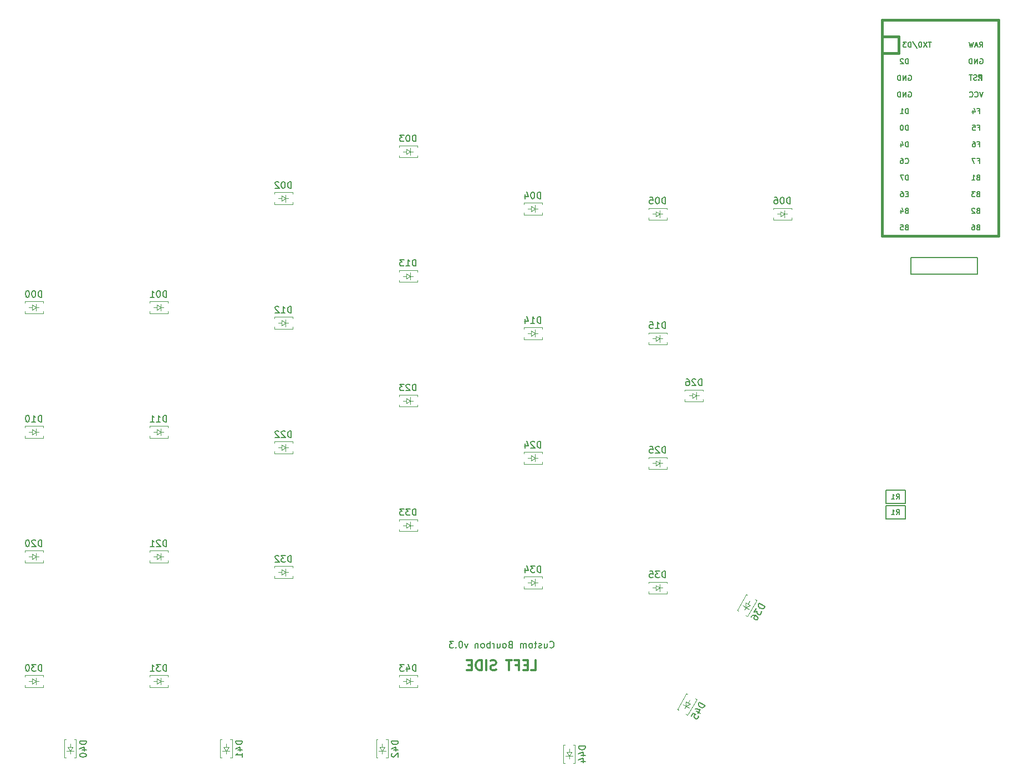
<source format=gbo>
G04 #@! TF.GenerationSoftware,KiCad,Pcbnew,5.1.10*
G04 #@! TF.CreationDate,2021-07-11T16:17:35-04:00*
G04 #@! TF.ProjectId,v02_left,7630325f-6c65-4667-942e-6b696361645f,rev?*
G04 #@! TF.SameCoordinates,Original*
G04 #@! TF.FileFunction,Legend,Bot*
G04 #@! TF.FilePolarity,Positive*
%FSLAX46Y46*%
G04 Gerber Fmt 4.6, Leading zero omitted, Abs format (unit mm)*
G04 Created by KiCad (PCBNEW 5.1.10) date 2021-07-11 16:17:35*
%MOMM*%
%LPD*%
G01*
G04 APERTURE LIST*
%ADD10C,0.300000*%
%ADD11C,0.150000*%
%ADD12C,0.100000*%
%ADD13C,0.381000*%
%ADD14C,2.200000*%
%ADD15C,1.200000*%
%ADD16C,2.100000*%
%ADD17C,1.750000*%
%ADD18O,2.000000X1.600000*%
%ADD19C,0.800000*%
%ADD20R,1.200000X0.900000*%
%ADD21R,0.900000X1.200000*%
%ADD22C,2.250000*%
%ADD23C,3.987800*%
%ADD24C,1.397000*%
%ADD25R,1.752600X1.752600*%
%ADD26C,1.752600*%
G04 APERTURE END LIST*
D10*
X-68525000Y-103866071D02*
X-67810714Y-103866071D01*
X-67810714Y-102366071D01*
X-69025000Y-103080357D02*
X-69525000Y-103080357D01*
X-69739285Y-103866071D02*
X-69025000Y-103866071D01*
X-69025000Y-102366071D01*
X-69739285Y-102366071D01*
X-70882142Y-103080357D02*
X-70382142Y-103080357D01*
X-70382142Y-103866071D02*
X-70382142Y-102366071D01*
X-71096428Y-102366071D01*
X-71453571Y-102366071D02*
X-72310714Y-102366071D01*
X-71882142Y-103866071D02*
X-71882142Y-102366071D01*
X-73882142Y-103794642D02*
X-74096428Y-103866071D01*
X-74453571Y-103866071D01*
X-74596428Y-103794642D01*
X-74667857Y-103723214D01*
X-74739285Y-103580357D01*
X-74739285Y-103437500D01*
X-74667857Y-103294642D01*
X-74596428Y-103223214D01*
X-74453571Y-103151785D01*
X-74167857Y-103080357D01*
X-74025000Y-103008928D01*
X-73953571Y-102937500D01*
X-73882142Y-102794642D01*
X-73882142Y-102651785D01*
X-73953571Y-102508928D01*
X-74025000Y-102437500D01*
X-74167857Y-102366071D01*
X-74525000Y-102366071D01*
X-74739285Y-102437500D01*
X-75382142Y-103866071D02*
X-75382142Y-102366071D01*
X-76096428Y-103866071D02*
X-76096428Y-102366071D01*
X-76453571Y-102366071D01*
X-76667857Y-102437500D01*
X-76810714Y-102580357D01*
X-76882142Y-102723214D01*
X-76953571Y-103008928D01*
X-76953571Y-103223214D01*
X-76882142Y-103508928D01*
X-76810714Y-103651785D01*
X-76667857Y-103794642D01*
X-76453571Y-103866071D01*
X-76096428Y-103866071D01*
X-77596428Y-103080357D02*
X-78096428Y-103080357D01*
X-78310714Y-103866071D02*
X-77596428Y-103866071D01*
X-77596428Y-102366071D01*
X-78310714Y-102366071D01*
D11*
X-65667857Y-100369642D02*
X-65620238Y-100417261D01*
X-65477380Y-100464880D01*
X-65382142Y-100464880D01*
X-65239285Y-100417261D01*
X-65144047Y-100322023D01*
X-65096428Y-100226785D01*
X-65048809Y-100036309D01*
X-65048809Y-99893452D01*
X-65096428Y-99702976D01*
X-65144047Y-99607738D01*
X-65239285Y-99512500D01*
X-65382142Y-99464880D01*
X-65477380Y-99464880D01*
X-65620238Y-99512500D01*
X-65667857Y-99560119D01*
X-66525000Y-99798214D02*
X-66525000Y-100464880D01*
X-66096428Y-99798214D02*
X-66096428Y-100322023D01*
X-66144047Y-100417261D01*
X-66239285Y-100464880D01*
X-66382142Y-100464880D01*
X-66477380Y-100417261D01*
X-66525000Y-100369642D01*
X-66953571Y-100417261D02*
X-67048809Y-100464880D01*
X-67239285Y-100464880D01*
X-67334523Y-100417261D01*
X-67382142Y-100322023D01*
X-67382142Y-100274404D01*
X-67334523Y-100179166D01*
X-67239285Y-100131547D01*
X-67096428Y-100131547D01*
X-67001190Y-100083928D01*
X-66953571Y-99988690D01*
X-66953571Y-99941071D01*
X-67001190Y-99845833D01*
X-67096428Y-99798214D01*
X-67239285Y-99798214D01*
X-67334523Y-99845833D01*
X-67667857Y-99798214D02*
X-68048809Y-99798214D01*
X-67810714Y-99464880D02*
X-67810714Y-100322023D01*
X-67858333Y-100417261D01*
X-67953571Y-100464880D01*
X-68048809Y-100464880D01*
X-68525000Y-100464880D02*
X-68429761Y-100417261D01*
X-68382142Y-100369642D01*
X-68334523Y-100274404D01*
X-68334523Y-99988690D01*
X-68382142Y-99893452D01*
X-68429761Y-99845833D01*
X-68525000Y-99798214D01*
X-68667857Y-99798214D01*
X-68763095Y-99845833D01*
X-68810714Y-99893452D01*
X-68858333Y-99988690D01*
X-68858333Y-100274404D01*
X-68810714Y-100369642D01*
X-68763095Y-100417261D01*
X-68667857Y-100464880D01*
X-68525000Y-100464880D01*
X-69286904Y-100464880D02*
X-69286904Y-99798214D01*
X-69286904Y-99893452D02*
X-69334523Y-99845833D01*
X-69429761Y-99798214D01*
X-69572619Y-99798214D01*
X-69667857Y-99845833D01*
X-69715476Y-99941071D01*
X-69715476Y-100464880D01*
X-69715476Y-99941071D02*
X-69763095Y-99845833D01*
X-69858333Y-99798214D01*
X-70001190Y-99798214D01*
X-70096428Y-99845833D01*
X-70144047Y-99941071D01*
X-70144047Y-100464880D01*
X-71715476Y-99941071D02*
X-71858333Y-99988690D01*
X-71905952Y-100036309D01*
X-71953571Y-100131547D01*
X-71953571Y-100274404D01*
X-71905952Y-100369642D01*
X-71858333Y-100417261D01*
X-71763095Y-100464880D01*
X-71382142Y-100464880D01*
X-71382142Y-99464880D01*
X-71715476Y-99464880D01*
X-71810714Y-99512500D01*
X-71858333Y-99560119D01*
X-71905952Y-99655357D01*
X-71905952Y-99750595D01*
X-71858333Y-99845833D01*
X-71810714Y-99893452D01*
X-71715476Y-99941071D01*
X-71382142Y-99941071D01*
X-72525000Y-100464880D02*
X-72429761Y-100417261D01*
X-72382142Y-100369642D01*
X-72334523Y-100274404D01*
X-72334523Y-99988690D01*
X-72382142Y-99893452D01*
X-72429761Y-99845833D01*
X-72525000Y-99798214D01*
X-72667857Y-99798214D01*
X-72763095Y-99845833D01*
X-72810714Y-99893452D01*
X-72858333Y-99988690D01*
X-72858333Y-100274404D01*
X-72810714Y-100369642D01*
X-72763095Y-100417261D01*
X-72667857Y-100464880D01*
X-72525000Y-100464880D01*
X-73715476Y-99798214D02*
X-73715476Y-100464880D01*
X-73286904Y-99798214D02*
X-73286904Y-100322023D01*
X-73334523Y-100417261D01*
X-73429761Y-100464880D01*
X-73572619Y-100464880D01*
X-73667857Y-100417261D01*
X-73715476Y-100369642D01*
X-74191666Y-100464880D02*
X-74191666Y-99798214D01*
X-74191666Y-99988690D02*
X-74239285Y-99893452D01*
X-74286904Y-99845833D01*
X-74382142Y-99798214D01*
X-74477380Y-99798214D01*
X-74810714Y-100464880D02*
X-74810714Y-99464880D01*
X-74810714Y-99845833D02*
X-74905952Y-99798214D01*
X-75096428Y-99798214D01*
X-75191666Y-99845833D01*
X-75239285Y-99893452D01*
X-75286904Y-99988690D01*
X-75286904Y-100274404D01*
X-75239285Y-100369642D01*
X-75191666Y-100417261D01*
X-75096428Y-100464880D01*
X-74905952Y-100464880D01*
X-74810714Y-100417261D01*
X-75858333Y-100464880D02*
X-75763095Y-100417261D01*
X-75715476Y-100369642D01*
X-75667857Y-100274404D01*
X-75667857Y-99988690D01*
X-75715476Y-99893452D01*
X-75763095Y-99845833D01*
X-75858333Y-99798214D01*
X-76001190Y-99798214D01*
X-76096428Y-99845833D01*
X-76144047Y-99893452D01*
X-76191666Y-99988690D01*
X-76191666Y-100274404D01*
X-76144047Y-100369642D01*
X-76096428Y-100417261D01*
X-76001190Y-100464880D01*
X-75858333Y-100464880D01*
X-76620238Y-99798214D02*
X-76620238Y-100464880D01*
X-76620238Y-99893452D02*
X-76667857Y-99845833D01*
X-76763095Y-99798214D01*
X-76905952Y-99798214D01*
X-77001190Y-99845833D01*
X-77048809Y-99941071D01*
X-77048809Y-100464880D01*
X-78191666Y-99798214D02*
X-78429761Y-100464880D01*
X-78667857Y-99798214D01*
X-79239285Y-99464880D02*
X-79334523Y-99464880D01*
X-79429761Y-99512500D01*
X-79477380Y-99560119D01*
X-79525000Y-99655357D01*
X-79572619Y-99845833D01*
X-79572619Y-100083928D01*
X-79525000Y-100274404D01*
X-79477380Y-100369642D01*
X-79429761Y-100417261D01*
X-79334523Y-100464880D01*
X-79239285Y-100464880D01*
X-79144047Y-100417261D01*
X-79096428Y-100369642D01*
X-79048809Y-100274404D01*
X-79001190Y-100083928D01*
X-79001190Y-99845833D01*
X-79048809Y-99655357D01*
X-79096428Y-99560119D01*
X-79144047Y-99512500D01*
X-79239285Y-99464880D01*
X-80001190Y-100369642D02*
X-80048809Y-100417261D01*
X-80001190Y-100464880D01*
X-79953571Y-100417261D01*
X-80001190Y-100369642D01*
X-80001190Y-100464880D01*
X-80382142Y-99464880D02*
X-81001190Y-99464880D01*
X-80667857Y-99845833D01*
X-80810714Y-99845833D01*
X-80905952Y-99893452D01*
X-80953571Y-99941071D01*
X-81001190Y-100036309D01*
X-81001190Y-100274404D01*
X-80953571Y-100369642D01*
X-80905952Y-100417261D01*
X-80810714Y-100464880D01*
X-80525000Y-100464880D01*
X-80429761Y-100417261D01*
X-80382142Y-100369642D01*
D12*
X-44579000Y-108876494D02*
X-44329000Y-108443481D01*
X-44925410Y-108676494D02*
X-44879000Y-109396109D01*
X-44232590Y-109076494D02*
X-44925410Y-108676494D01*
X-44879000Y-109396109D02*
X-44232590Y-109076494D01*
X-44879000Y-109396109D02*
X-45355314Y-109121109D01*
X-44879000Y-109396109D02*
X-44402686Y-109671109D01*
X-45079000Y-109742519D02*
X-44879000Y-109396109D01*
X-46183423Y-109855436D02*
X-44624577Y-110755436D01*
X-44783423Y-107430564D02*
X-46183423Y-109855436D01*
X-43224577Y-108330564D02*
X-44783423Y-107430564D01*
X-44624577Y-110755436D02*
X-43224577Y-108330564D01*
X-62706250Y-116431250D02*
X-62706250Y-115931250D01*
X-63106250Y-116431250D02*
X-62706250Y-117031250D01*
X-62306250Y-116431250D02*
X-63106250Y-116431250D01*
X-62706250Y-117031250D02*
X-62306250Y-116431250D01*
X-62706250Y-117031250D02*
X-63256250Y-117031250D01*
X-62706250Y-117031250D02*
X-62156250Y-117031250D01*
X-62706250Y-117431250D02*
X-62706250Y-117031250D01*
X-63606250Y-118081250D02*
X-61806250Y-118081250D01*
X-63606250Y-115281250D02*
X-63606250Y-118081250D01*
X-61806250Y-115281250D02*
X-63606250Y-115281250D01*
X-61806250Y-118081250D02*
X-61806250Y-115281250D01*
X-87562500Y-105568750D02*
X-88062500Y-105568750D01*
X-87562500Y-105968750D02*
X-86962500Y-105568750D01*
X-87562500Y-105168750D02*
X-87562500Y-105968750D01*
X-86962500Y-105568750D02*
X-87562500Y-105168750D01*
X-86962500Y-105568750D02*
X-86962500Y-106118750D01*
X-86962500Y-105568750D02*
X-86962500Y-105018750D01*
X-86562500Y-105568750D02*
X-86962500Y-105568750D01*
X-85912500Y-106468750D02*
X-85912500Y-104668750D01*
X-88712500Y-106468750D02*
X-85912500Y-106468750D01*
X-88712500Y-104668750D02*
X-88712500Y-106468750D01*
X-85912500Y-104668750D02*
X-88712500Y-104668750D01*
X-91281250Y-115637500D02*
X-91281250Y-115137500D01*
X-91681250Y-115637500D02*
X-91281250Y-116237500D01*
X-90881250Y-115637500D02*
X-91681250Y-115637500D01*
X-91281250Y-116237500D02*
X-90881250Y-115637500D01*
X-91281250Y-116237500D02*
X-91831250Y-116237500D01*
X-91281250Y-116237500D02*
X-90731250Y-116237500D01*
X-91281250Y-116637500D02*
X-91281250Y-116237500D01*
X-92181250Y-117287500D02*
X-90381250Y-117287500D01*
X-92181250Y-114487500D02*
X-92181250Y-117287500D01*
X-90381250Y-114487500D02*
X-92181250Y-114487500D01*
X-90381250Y-117287500D02*
X-90381250Y-114487500D01*
X-115093750Y-115637500D02*
X-115093750Y-115137500D01*
X-115493750Y-115637500D02*
X-115093750Y-116237500D01*
X-114693750Y-115637500D02*
X-115493750Y-115637500D01*
X-115093750Y-116237500D02*
X-114693750Y-115637500D01*
X-115093750Y-116237500D02*
X-115643750Y-116237500D01*
X-115093750Y-116237500D02*
X-114543750Y-116237500D01*
X-115093750Y-116637500D02*
X-115093750Y-116237500D01*
X-115993750Y-117287500D02*
X-114193750Y-117287500D01*
X-115993750Y-114487500D02*
X-115993750Y-117287500D01*
X-114193750Y-114487500D02*
X-115993750Y-114487500D01*
X-114193750Y-117287500D02*
X-114193750Y-114487500D01*
X-138906250Y-115637500D02*
X-138906250Y-115137500D01*
X-139306250Y-115637500D02*
X-138906250Y-116237500D01*
X-138506250Y-115637500D02*
X-139306250Y-115637500D01*
X-138906250Y-116237500D02*
X-138506250Y-115637500D01*
X-138906250Y-116237500D02*
X-139456250Y-116237500D01*
X-138906250Y-116237500D02*
X-138356250Y-116237500D01*
X-138906250Y-116637500D02*
X-138906250Y-116237500D01*
X-139806250Y-117287500D02*
X-138006250Y-117287500D01*
X-139806250Y-114487500D02*
X-139806250Y-117287500D01*
X-138006250Y-114487500D02*
X-139806250Y-114487500D01*
X-138006250Y-117287500D02*
X-138006250Y-114487500D01*
X-35435000Y-93763494D02*
X-35185000Y-93330481D01*
X-35781410Y-93563494D02*
X-35735000Y-94283109D01*
X-35088590Y-93963494D02*
X-35781410Y-93563494D01*
X-35735000Y-94283109D02*
X-35088590Y-93963494D01*
X-35735000Y-94283109D02*
X-36211314Y-94008109D01*
X-35735000Y-94283109D02*
X-35258686Y-94558109D01*
X-35935000Y-94629519D02*
X-35735000Y-94283109D01*
X-37039423Y-94742436D02*
X-35480577Y-95642436D01*
X-35639423Y-92317564D02*
X-37039423Y-94742436D01*
X-34080577Y-93217564D02*
X-35639423Y-92317564D01*
X-35480577Y-95642436D02*
X-34080577Y-93217564D01*
X-49462500Y-91281250D02*
X-49962500Y-91281250D01*
X-49462500Y-91681250D02*
X-48862500Y-91281250D01*
X-49462500Y-90881250D02*
X-49462500Y-91681250D01*
X-48862500Y-91281250D02*
X-49462500Y-90881250D01*
X-48862500Y-91281250D02*
X-48862500Y-91831250D01*
X-48862500Y-91281250D02*
X-48862500Y-90731250D01*
X-48462500Y-91281250D02*
X-48862500Y-91281250D01*
X-47812500Y-92181250D02*
X-47812500Y-90381250D01*
X-50612500Y-92181250D02*
X-47812500Y-92181250D01*
X-50612500Y-90381250D02*
X-50612500Y-92181250D01*
X-47812500Y-90381250D02*
X-50612500Y-90381250D01*
X-68512500Y-90487500D02*
X-69012500Y-90487500D01*
X-68512500Y-90887500D02*
X-67912500Y-90487500D01*
X-68512500Y-90087500D02*
X-68512500Y-90887500D01*
X-67912500Y-90487500D02*
X-68512500Y-90087500D01*
X-67912500Y-90487500D02*
X-67912500Y-91037500D01*
X-67912500Y-90487500D02*
X-67912500Y-89937500D01*
X-67512500Y-90487500D02*
X-67912500Y-90487500D01*
X-66862500Y-91387500D02*
X-66862500Y-89587500D01*
X-69662500Y-91387500D02*
X-66862500Y-91387500D01*
X-69662500Y-89587500D02*
X-69662500Y-91387500D01*
X-66862500Y-89587500D02*
X-69662500Y-89587500D01*
X-87562500Y-81756250D02*
X-88062500Y-81756250D01*
X-87562500Y-82156250D02*
X-86962500Y-81756250D01*
X-87562500Y-81356250D02*
X-87562500Y-82156250D01*
X-86962500Y-81756250D02*
X-87562500Y-81356250D01*
X-86962500Y-81756250D02*
X-86962500Y-82306250D01*
X-86962500Y-81756250D02*
X-86962500Y-81206250D01*
X-86562500Y-81756250D02*
X-86962500Y-81756250D01*
X-85912500Y-82656250D02*
X-85912500Y-80856250D01*
X-88712500Y-82656250D02*
X-85912500Y-82656250D01*
X-88712500Y-80856250D02*
X-88712500Y-82656250D01*
X-85912500Y-80856250D02*
X-88712500Y-80856250D01*
X-106612500Y-88900000D02*
X-107112500Y-88900000D01*
X-106612500Y-89300000D02*
X-106012500Y-88900000D01*
X-106612500Y-88500000D02*
X-106612500Y-89300000D01*
X-106012500Y-88900000D02*
X-106612500Y-88500000D01*
X-106012500Y-88900000D02*
X-106012500Y-89450000D01*
X-106012500Y-88900000D02*
X-106012500Y-88350000D01*
X-105612500Y-88900000D02*
X-106012500Y-88900000D01*
X-104962500Y-89800000D02*
X-104962500Y-88000000D01*
X-107762500Y-89800000D02*
X-104962500Y-89800000D01*
X-107762500Y-88000000D02*
X-107762500Y-89800000D01*
X-104962500Y-88000000D02*
X-107762500Y-88000000D01*
X-125662500Y-105568750D02*
X-126162500Y-105568750D01*
X-125662500Y-105968750D02*
X-125062500Y-105568750D01*
X-125662500Y-105168750D02*
X-125662500Y-105968750D01*
X-125062500Y-105568750D02*
X-125662500Y-105168750D01*
X-125062500Y-105568750D02*
X-125062500Y-106118750D01*
X-125062500Y-105568750D02*
X-125062500Y-105018750D01*
X-124662500Y-105568750D02*
X-125062500Y-105568750D01*
X-124012500Y-106468750D02*
X-124012500Y-104668750D01*
X-126812500Y-106468750D02*
X-124012500Y-106468750D01*
X-126812500Y-104668750D02*
X-126812500Y-106468750D01*
X-124012500Y-104668750D02*
X-126812500Y-104668750D01*
X-144712500Y-105568750D02*
X-145212500Y-105568750D01*
X-144712500Y-105968750D02*
X-144112500Y-105568750D01*
X-144712500Y-105168750D02*
X-144712500Y-105968750D01*
X-144112500Y-105568750D02*
X-144712500Y-105168750D01*
X-144112500Y-105568750D02*
X-144112500Y-106118750D01*
X-144112500Y-105568750D02*
X-144112500Y-105018750D01*
X-143712500Y-105568750D02*
X-144112500Y-105568750D01*
X-143062500Y-106468750D02*
X-143062500Y-104668750D01*
X-145862500Y-106468750D02*
X-143062500Y-106468750D01*
X-145862500Y-104668750D02*
X-145862500Y-106468750D01*
X-143062500Y-104668750D02*
X-145862500Y-104668750D01*
X-43906250Y-61912500D02*
X-44406250Y-61912500D01*
X-43906250Y-62312500D02*
X-43306250Y-61912500D01*
X-43906250Y-61512500D02*
X-43906250Y-62312500D01*
X-43306250Y-61912500D02*
X-43906250Y-61512500D01*
X-43306250Y-61912500D02*
X-43306250Y-62462500D01*
X-43306250Y-61912500D02*
X-43306250Y-61362500D01*
X-42906250Y-61912500D02*
X-43306250Y-61912500D01*
X-42256250Y-62812500D02*
X-42256250Y-61012500D01*
X-45056250Y-62812500D02*
X-42256250Y-62812500D01*
X-45056250Y-61012500D02*
X-45056250Y-62812500D01*
X-42256250Y-61012500D02*
X-45056250Y-61012500D01*
X-49462500Y-72231250D02*
X-49962500Y-72231250D01*
X-49462500Y-72631250D02*
X-48862500Y-72231250D01*
X-49462500Y-71831250D02*
X-49462500Y-72631250D01*
X-48862500Y-72231250D02*
X-49462500Y-71831250D01*
X-48862500Y-72231250D02*
X-48862500Y-72781250D01*
X-48862500Y-72231250D02*
X-48862500Y-71681250D01*
X-48462500Y-72231250D02*
X-48862500Y-72231250D01*
X-47812500Y-73131250D02*
X-47812500Y-71331250D01*
X-50612500Y-73131250D02*
X-47812500Y-73131250D01*
X-50612500Y-71331250D02*
X-50612500Y-73131250D01*
X-47812500Y-71331250D02*
X-50612500Y-71331250D01*
X-68512500Y-71437500D02*
X-69012500Y-71437500D01*
X-68512500Y-71837500D02*
X-67912500Y-71437500D01*
X-68512500Y-71037500D02*
X-68512500Y-71837500D01*
X-67912500Y-71437500D02*
X-68512500Y-71037500D01*
X-67912500Y-71437500D02*
X-67912500Y-71987500D01*
X-67912500Y-71437500D02*
X-67912500Y-70887500D01*
X-67512500Y-71437500D02*
X-67912500Y-71437500D01*
X-66862500Y-72337500D02*
X-66862500Y-70537500D01*
X-69662500Y-72337500D02*
X-66862500Y-72337500D01*
X-69662500Y-70537500D02*
X-69662500Y-72337500D01*
X-66862500Y-70537500D02*
X-69662500Y-70537500D01*
X-87562500Y-62706250D02*
X-88062500Y-62706250D01*
X-87562500Y-63106250D02*
X-86962500Y-62706250D01*
X-87562500Y-62306250D02*
X-87562500Y-63106250D01*
X-86962500Y-62706250D02*
X-87562500Y-62306250D01*
X-86962500Y-62706250D02*
X-86962500Y-63256250D01*
X-86962500Y-62706250D02*
X-86962500Y-62156250D01*
X-86562500Y-62706250D02*
X-86962500Y-62706250D01*
X-85912500Y-63606250D02*
X-85912500Y-61806250D01*
X-88712500Y-63606250D02*
X-85912500Y-63606250D01*
X-88712500Y-61806250D02*
X-88712500Y-63606250D01*
X-85912500Y-61806250D02*
X-88712500Y-61806250D01*
X-106612500Y-69850000D02*
X-107112500Y-69850000D01*
X-106612500Y-70250000D02*
X-106012500Y-69850000D01*
X-106612500Y-69450000D02*
X-106612500Y-70250000D01*
X-106012500Y-69850000D02*
X-106612500Y-69450000D01*
X-106012500Y-69850000D02*
X-106012500Y-70400000D01*
X-106012500Y-69850000D02*
X-106012500Y-69300000D01*
X-105612500Y-69850000D02*
X-106012500Y-69850000D01*
X-104962500Y-70750000D02*
X-104962500Y-68950000D01*
X-107762500Y-70750000D02*
X-104962500Y-70750000D01*
X-107762500Y-68950000D02*
X-107762500Y-70750000D01*
X-104962500Y-68950000D02*
X-107762500Y-68950000D01*
X-125662500Y-86518750D02*
X-126162500Y-86518750D01*
X-125662500Y-86918750D02*
X-125062500Y-86518750D01*
X-125662500Y-86118750D02*
X-125662500Y-86918750D01*
X-125062500Y-86518750D02*
X-125662500Y-86118750D01*
X-125062500Y-86518750D02*
X-125062500Y-87068750D01*
X-125062500Y-86518750D02*
X-125062500Y-85968750D01*
X-124662500Y-86518750D02*
X-125062500Y-86518750D01*
X-124012500Y-87418750D02*
X-124012500Y-85618750D01*
X-126812500Y-87418750D02*
X-124012500Y-87418750D01*
X-126812500Y-85618750D02*
X-126812500Y-87418750D01*
X-124012500Y-85618750D02*
X-126812500Y-85618750D01*
X-144712500Y-86518750D02*
X-145212500Y-86518750D01*
X-144712500Y-86918750D02*
X-144112500Y-86518750D01*
X-144712500Y-86118750D02*
X-144712500Y-86918750D01*
X-144112500Y-86518750D02*
X-144712500Y-86118750D01*
X-144112500Y-86518750D02*
X-144112500Y-87068750D01*
X-144112500Y-86518750D02*
X-144112500Y-85968750D01*
X-143712500Y-86518750D02*
X-144112500Y-86518750D01*
X-143062500Y-87418750D02*
X-143062500Y-85618750D01*
X-145862500Y-87418750D02*
X-143062500Y-87418750D01*
X-145862500Y-85618750D02*
X-145862500Y-87418750D01*
X-143062500Y-85618750D02*
X-145862500Y-85618750D01*
X-49462500Y-53181250D02*
X-49962500Y-53181250D01*
X-49462500Y-53581250D02*
X-48862500Y-53181250D01*
X-49462500Y-52781250D02*
X-49462500Y-53581250D01*
X-48862500Y-53181250D02*
X-49462500Y-52781250D01*
X-48862500Y-53181250D02*
X-48862500Y-53731250D01*
X-48862500Y-53181250D02*
X-48862500Y-52631250D01*
X-48462500Y-53181250D02*
X-48862500Y-53181250D01*
X-47812500Y-54081250D02*
X-47812500Y-52281250D01*
X-50612500Y-54081250D02*
X-47812500Y-54081250D01*
X-50612500Y-52281250D02*
X-50612500Y-54081250D01*
X-47812500Y-52281250D02*
X-50612500Y-52281250D01*
X-68512500Y-52387500D02*
X-69012500Y-52387500D01*
X-68512500Y-52787500D02*
X-67912500Y-52387500D01*
X-68512500Y-51987500D02*
X-68512500Y-52787500D01*
X-67912500Y-52387500D02*
X-68512500Y-51987500D01*
X-67912500Y-52387500D02*
X-67912500Y-52937500D01*
X-67912500Y-52387500D02*
X-67912500Y-51837500D01*
X-67512500Y-52387500D02*
X-67912500Y-52387500D01*
X-66862500Y-53287500D02*
X-66862500Y-51487500D01*
X-69662500Y-53287500D02*
X-66862500Y-53287500D01*
X-69662500Y-51487500D02*
X-69662500Y-53287500D01*
X-66862500Y-51487500D02*
X-69662500Y-51487500D01*
X-87562500Y-43656250D02*
X-88062500Y-43656250D01*
X-87562500Y-44056250D02*
X-86962500Y-43656250D01*
X-87562500Y-43256250D02*
X-87562500Y-44056250D01*
X-86962500Y-43656250D02*
X-87562500Y-43256250D01*
X-86962500Y-43656250D02*
X-86962500Y-44206250D01*
X-86962500Y-43656250D02*
X-86962500Y-43106250D01*
X-86562500Y-43656250D02*
X-86962500Y-43656250D01*
X-85912500Y-44556250D02*
X-85912500Y-42756250D01*
X-88712500Y-44556250D02*
X-85912500Y-44556250D01*
X-88712500Y-42756250D02*
X-88712500Y-44556250D01*
X-85912500Y-42756250D02*
X-88712500Y-42756250D01*
X-106612500Y-50800000D02*
X-107112500Y-50800000D01*
X-106612500Y-51200000D02*
X-106012500Y-50800000D01*
X-106612500Y-50400000D02*
X-106612500Y-51200000D01*
X-106012500Y-50800000D02*
X-106612500Y-50400000D01*
X-106012500Y-50800000D02*
X-106012500Y-51350000D01*
X-106012500Y-50800000D02*
X-106012500Y-50250000D01*
X-105612500Y-50800000D02*
X-106012500Y-50800000D01*
X-104962500Y-51700000D02*
X-104962500Y-49900000D01*
X-107762500Y-51700000D02*
X-104962500Y-51700000D01*
X-107762500Y-49900000D02*
X-107762500Y-51700000D01*
X-104962500Y-49900000D02*
X-107762500Y-49900000D01*
X-125662500Y-67468750D02*
X-126162500Y-67468750D01*
X-125662500Y-67868750D02*
X-125062500Y-67468750D01*
X-125662500Y-67068750D02*
X-125662500Y-67868750D01*
X-125062500Y-67468750D02*
X-125662500Y-67068750D01*
X-125062500Y-67468750D02*
X-125062500Y-68018750D01*
X-125062500Y-67468750D02*
X-125062500Y-66918750D01*
X-124662500Y-67468750D02*
X-125062500Y-67468750D01*
X-124012500Y-68368750D02*
X-124012500Y-66568750D01*
X-126812500Y-68368750D02*
X-124012500Y-68368750D01*
X-126812500Y-66568750D02*
X-126812500Y-68368750D01*
X-124012500Y-66568750D02*
X-126812500Y-66568750D01*
X-144712500Y-67468750D02*
X-145212500Y-67468750D01*
X-144712500Y-67868750D02*
X-144112500Y-67468750D01*
X-144712500Y-67068750D02*
X-144712500Y-67868750D01*
X-144112500Y-67468750D02*
X-144712500Y-67068750D01*
X-144112500Y-67468750D02*
X-144112500Y-68018750D01*
X-144112500Y-67468750D02*
X-144112500Y-66918750D01*
X-143712500Y-67468750D02*
X-144112500Y-67468750D01*
X-143062500Y-68368750D02*
X-143062500Y-66568750D01*
X-145862500Y-68368750D02*
X-143062500Y-68368750D01*
X-145862500Y-66568750D02*
X-145862500Y-68368750D01*
X-143062500Y-66568750D02*
X-145862500Y-66568750D01*
X-30412500Y-34131250D02*
X-30912500Y-34131250D01*
X-30412500Y-34531250D02*
X-29812500Y-34131250D01*
X-30412500Y-33731250D02*
X-30412500Y-34531250D01*
X-29812500Y-34131250D02*
X-30412500Y-33731250D01*
X-29812500Y-34131250D02*
X-29812500Y-34681250D01*
X-29812500Y-34131250D02*
X-29812500Y-33581250D01*
X-29412500Y-34131250D02*
X-29812500Y-34131250D01*
X-28762500Y-35031250D02*
X-28762500Y-33231250D01*
X-31562500Y-35031250D02*
X-28762500Y-35031250D01*
X-31562500Y-33231250D02*
X-31562500Y-35031250D01*
X-28762500Y-33231250D02*
X-31562500Y-33231250D01*
X-49462500Y-34131250D02*
X-49962500Y-34131250D01*
X-49462500Y-34531250D02*
X-48862500Y-34131250D01*
X-49462500Y-33731250D02*
X-49462500Y-34531250D01*
X-48862500Y-34131250D02*
X-49462500Y-33731250D01*
X-48862500Y-34131250D02*
X-48862500Y-34681250D01*
X-48862500Y-34131250D02*
X-48862500Y-33581250D01*
X-48462500Y-34131250D02*
X-48862500Y-34131250D01*
X-47812500Y-35031250D02*
X-47812500Y-33231250D01*
X-50612500Y-35031250D02*
X-47812500Y-35031250D01*
X-50612500Y-33231250D02*
X-50612500Y-35031250D01*
X-47812500Y-33231250D02*
X-50612500Y-33231250D01*
X-68512500Y-33337500D02*
X-69012500Y-33337500D01*
X-68512500Y-33737500D02*
X-67912500Y-33337500D01*
X-68512500Y-32937500D02*
X-68512500Y-33737500D01*
X-67912500Y-33337500D02*
X-68512500Y-32937500D01*
X-67912500Y-33337500D02*
X-67912500Y-33887500D01*
X-67912500Y-33337500D02*
X-67912500Y-32787500D01*
X-67512500Y-33337500D02*
X-67912500Y-33337500D01*
X-66862500Y-34237500D02*
X-66862500Y-32437500D01*
X-69662500Y-34237500D02*
X-66862500Y-34237500D01*
X-69662500Y-32437500D02*
X-69662500Y-34237500D01*
X-66862500Y-32437500D02*
X-69662500Y-32437500D01*
X-87562500Y-24606250D02*
X-88062500Y-24606250D01*
X-87562500Y-25006250D02*
X-86962500Y-24606250D01*
X-87562500Y-24206250D02*
X-87562500Y-25006250D01*
X-86962500Y-24606250D02*
X-87562500Y-24206250D01*
X-86962500Y-24606250D02*
X-86962500Y-25156250D01*
X-86962500Y-24606250D02*
X-86962500Y-24056250D01*
X-86562500Y-24606250D02*
X-86962500Y-24606250D01*
X-85912500Y-25506250D02*
X-85912500Y-23706250D01*
X-88712500Y-25506250D02*
X-85912500Y-25506250D01*
X-88712500Y-23706250D02*
X-88712500Y-25506250D01*
X-85912500Y-23706250D02*
X-88712500Y-23706250D01*
X-106612500Y-31750000D02*
X-107112500Y-31750000D01*
X-106612500Y-32150000D02*
X-106012500Y-31750000D01*
X-106612500Y-31350000D02*
X-106612500Y-32150000D01*
X-106012500Y-31750000D02*
X-106612500Y-31350000D01*
X-106012500Y-31750000D02*
X-106012500Y-32300000D01*
X-106012500Y-31750000D02*
X-106012500Y-31200000D01*
X-105612500Y-31750000D02*
X-106012500Y-31750000D01*
X-104962500Y-32650000D02*
X-104962500Y-30850000D01*
X-107762500Y-32650000D02*
X-104962500Y-32650000D01*
X-107762500Y-30850000D02*
X-107762500Y-32650000D01*
X-104962500Y-30850000D02*
X-107762500Y-30850000D01*
X-125662500Y-48418750D02*
X-126162500Y-48418750D01*
X-125662500Y-48818750D02*
X-125062500Y-48418750D01*
X-125662500Y-48018750D02*
X-125662500Y-48818750D01*
X-125062500Y-48418750D02*
X-125662500Y-48018750D01*
X-125062500Y-48418750D02*
X-125062500Y-48968750D01*
X-125062500Y-48418750D02*
X-125062500Y-47868750D01*
X-124662500Y-48418750D02*
X-125062500Y-48418750D01*
X-124012500Y-49318750D02*
X-124012500Y-47518750D01*
X-126812500Y-49318750D02*
X-124012500Y-49318750D01*
X-126812500Y-47518750D02*
X-126812500Y-49318750D01*
X-124012500Y-47518750D02*
X-126812500Y-47518750D01*
X-144712500Y-48418750D02*
X-145212500Y-48418750D01*
X-144712500Y-48818750D02*
X-144112500Y-48418750D01*
X-144712500Y-48018750D02*
X-144712500Y-48818750D01*
X-144112500Y-48418750D02*
X-144712500Y-48018750D01*
X-144112500Y-48418750D02*
X-144112500Y-48968750D01*
X-144112500Y-48418750D02*
X-144112500Y-47868750D01*
X-143712500Y-48418750D02*
X-144112500Y-48418750D01*
X-143062500Y-49318750D02*
X-143062500Y-47518750D01*
X-145862500Y-49318750D02*
X-143062500Y-49318750D01*
X-145862500Y-47518750D02*
X-145862500Y-49318750D01*
X-143062500Y-47518750D02*
X-145862500Y-47518750D01*
D11*
X-11373750Y-76370000D02*
X-11373750Y-78370000D01*
X-14373750Y-76370000D02*
X-11373750Y-76370000D01*
X-14373750Y-78370000D02*
X-14373750Y-76370000D01*
X-11373750Y-78370000D02*
X-14373750Y-78370000D01*
X-14373750Y-80751250D02*
X-14373750Y-78751250D01*
X-11373750Y-80751250D02*
X-14373750Y-80751250D01*
X-11373750Y-78751250D02*
X-11373750Y-80751250D01*
X-14373750Y-78751250D02*
X-11373750Y-78751250D01*
X-10496250Y-43358750D02*
X-10496250Y-40818750D01*
X-336250Y-43358750D02*
X-10496250Y-43358750D01*
X-336250Y-40818750D02*
X-336250Y-43358750D01*
X-10496250Y-40818750D02*
X-336250Y-40818750D01*
D13*
X-12401250Y-7005000D02*
X-14941250Y-7005000D01*
X2838750Y-4465000D02*
X-14941250Y-4465000D01*
X-14941250Y-4465000D02*
X-14941250Y-37485000D01*
X-14941250Y-37485000D02*
X2838750Y-37485000D01*
X2838750Y-37485000D02*
X2838750Y-4465000D01*
D11*
G36*
X-206615Y-12894030D02*
G01*
X-206615Y-12994030D01*
X293385Y-12994030D01*
X293385Y-12894030D01*
X-206615Y-12894030D01*
G37*
X-206615Y-12894030D02*
X-206615Y-12994030D01*
X293385Y-12994030D01*
X293385Y-12894030D01*
X-206615Y-12894030D01*
G36*
X-206615Y-12894030D02*
G01*
X-206615Y-13194030D01*
X-106615Y-13194030D01*
X-106615Y-12894030D01*
X-206615Y-12894030D01*
G37*
X-206615Y-12894030D02*
X-206615Y-13194030D01*
X-106615Y-13194030D01*
X-106615Y-12894030D01*
X-206615Y-12894030D01*
G36*
X-206615Y-13494030D02*
G01*
X-206615Y-13694030D01*
X-106615Y-13694030D01*
X-106615Y-13494030D01*
X-206615Y-13494030D01*
G37*
X-206615Y-13494030D02*
X-206615Y-13694030D01*
X-106615Y-13694030D01*
X-106615Y-13494030D01*
X-206615Y-13494030D01*
G36*
X193385Y-12894030D02*
G01*
X193385Y-13694030D01*
X293385Y-13694030D01*
X293385Y-12894030D01*
X193385Y-12894030D01*
G37*
X193385Y-12894030D02*
X193385Y-13694030D01*
X293385Y-13694030D01*
X293385Y-12894030D01*
X193385Y-12894030D01*
G36*
X-6615Y-13294030D02*
G01*
X-6615Y-13394030D01*
X93385Y-13394030D01*
X93385Y-13294030D01*
X-6615Y-13294030D01*
G37*
X-6615Y-13294030D02*
X-6615Y-13394030D01*
X93385Y-13394030D01*
X93385Y-13294030D01*
X-6615Y-13294030D01*
D13*
X-12401250Y-7005000D02*
X-12401250Y-9545000D01*
X-12401250Y-9545000D02*
X-14941250Y-9545000D01*
D11*
X-41973032Y-109267588D02*
X-42839058Y-108767588D01*
X-42958105Y-108973784D01*
X-42988295Y-109121312D01*
X-42953435Y-109251409D01*
X-42894766Y-109340268D01*
X-42753618Y-109476745D01*
X-42629900Y-109548174D01*
X-42441134Y-109602172D01*
X-42334845Y-109608552D01*
X-42204748Y-109573693D01*
X-42092080Y-109473784D01*
X-41973032Y-109267588D01*
X-43264668Y-110171434D02*
X-42687318Y-110504767D01*
X-43475535Y-109774761D02*
X-42737898Y-109925707D01*
X-43047422Y-110461818D01*
X-44053343Y-110870792D02*
X-43815248Y-110458399D01*
X-43379046Y-110655255D01*
X-43444094Y-110672685D01*
X-43532953Y-110731354D01*
X-43652000Y-110937551D01*
X-43658380Y-111043839D01*
X-43640950Y-111108887D01*
X-43582281Y-111197746D01*
X-43376085Y-111316793D01*
X-43269797Y-111323173D01*
X-43204748Y-111305743D01*
X-43115889Y-111247074D01*
X-42996842Y-111040878D01*
X-42990462Y-110934590D01*
X-43007892Y-110869541D01*
X-60253869Y-115466964D02*
X-61253869Y-115466964D01*
X-61253869Y-115705059D01*
X-61206250Y-115847916D01*
X-61111011Y-115943154D01*
X-61015773Y-115990773D01*
X-60825297Y-116038392D01*
X-60682440Y-116038392D01*
X-60491964Y-115990773D01*
X-60396726Y-115943154D01*
X-60301488Y-115847916D01*
X-60253869Y-115705059D01*
X-60253869Y-115466964D01*
X-60920535Y-116895535D02*
X-60253869Y-116895535D01*
X-61301488Y-116657440D02*
X-60587202Y-116419345D01*
X-60587202Y-117038392D01*
X-60920535Y-117847916D02*
X-60253869Y-117847916D01*
X-61301488Y-117609821D02*
X-60587202Y-117371726D01*
X-60587202Y-117990773D01*
X-86098214Y-104021130D02*
X-86098214Y-103021130D01*
X-86336309Y-103021130D01*
X-86479166Y-103068750D01*
X-86574404Y-103163988D01*
X-86622023Y-103259226D01*
X-86669642Y-103449702D01*
X-86669642Y-103592559D01*
X-86622023Y-103783035D01*
X-86574404Y-103878273D01*
X-86479166Y-103973511D01*
X-86336309Y-104021130D01*
X-86098214Y-104021130D01*
X-87526785Y-103354464D02*
X-87526785Y-104021130D01*
X-87288690Y-102973511D02*
X-87050595Y-103687797D01*
X-87669642Y-103687797D01*
X-87955357Y-103021130D02*
X-88574404Y-103021130D01*
X-88241071Y-103402083D01*
X-88383928Y-103402083D01*
X-88479166Y-103449702D01*
X-88526785Y-103497321D01*
X-88574404Y-103592559D01*
X-88574404Y-103830654D01*
X-88526785Y-103925892D01*
X-88479166Y-103973511D01*
X-88383928Y-104021130D01*
X-88098214Y-104021130D01*
X-88002976Y-103973511D01*
X-87955357Y-103925892D01*
X-88828869Y-114673214D02*
X-89828869Y-114673214D01*
X-89828869Y-114911309D01*
X-89781250Y-115054166D01*
X-89686011Y-115149404D01*
X-89590773Y-115197023D01*
X-89400297Y-115244642D01*
X-89257440Y-115244642D01*
X-89066964Y-115197023D01*
X-88971726Y-115149404D01*
X-88876488Y-115054166D01*
X-88828869Y-114911309D01*
X-88828869Y-114673214D01*
X-89495535Y-116101785D02*
X-88828869Y-116101785D01*
X-89876488Y-115863690D02*
X-89162202Y-115625595D01*
X-89162202Y-116244642D01*
X-89733630Y-116577976D02*
X-89781250Y-116625595D01*
X-89828869Y-116720833D01*
X-89828869Y-116958928D01*
X-89781250Y-117054166D01*
X-89733630Y-117101785D01*
X-89638392Y-117149404D01*
X-89543154Y-117149404D01*
X-89400297Y-117101785D01*
X-88828869Y-116530357D01*
X-88828869Y-117149404D01*
X-112641369Y-114673214D02*
X-113641369Y-114673214D01*
X-113641369Y-114911309D01*
X-113593750Y-115054166D01*
X-113498511Y-115149404D01*
X-113403273Y-115197023D01*
X-113212797Y-115244642D01*
X-113069940Y-115244642D01*
X-112879464Y-115197023D01*
X-112784226Y-115149404D01*
X-112688988Y-115054166D01*
X-112641369Y-114911309D01*
X-112641369Y-114673214D01*
X-113308035Y-116101785D02*
X-112641369Y-116101785D01*
X-113688988Y-115863690D02*
X-112974702Y-115625595D01*
X-112974702Y-116244642D01*
X-112641369Y-117149404D02*
X-112641369Y-116577976D01*
X-112641369Y-116863690D02*
X-113641369Y-116863690D01*
X-113498511Y-116768452D01*
X-113403273Y-116673214D01*
X-113355654Y-116577976D01*
X-136453869Y-114673214D02*
X-137453869Y-114673214D01*
X-137453869Y-114911309D01*
X-137406250Y-115054166D01*
X-137311011Y-115149404D01*
X-137215773Y-115197023D01*
X-137025297Y-115244642D01*
X-136882440Y-115244642D01*
X-136691964Y-115197023D01*
X-136596726Y-115149404D01*
X-136501488Y-115054166D01*
X-136453869Y-114911309D01*
X-136453869Y-114673214D01*
X-137120535Y-116101785D02*
X-136453869Y-116101785D01*
X-137501488Y-115863690D02*
X-136787202Y-115625595D01*
X-136787202Y-116244642D01*
X-137453869Y-116816071D02*
X-137453869Y-116911309D01*
X-137406250Y-117006547D01*
X-137358630Y-117054166D01*
X-137263392Y-117101785D01*
X-137072916Y-117149404D01*
X-136834821Y-117149404D01*
X-136644345Y-117101785D01*
X-136549107Y-117054166D01*
X-136501488Y-117006547D01*
X-136453869Y-116911309D01*
X-136453869Y-116816071D01*
X-136501488Y-116720833D01*
X-136549107Y-116673214D01*
X-136644345Y-116625595D01*
X-136834821Y-116577976D01*
X-137072916Y-116577976D01*
X-137263392Y-116625595D01*
X-137358630Y-116673214D01*
X-137406250Y-116720833D01*
X-137453869Y-116816071D01*
X-32829032Y-94154588D02*
X-33695058Y-93654588D01*
X-33814105Y-93860784D01*
X-33844295Y-94008312D01*
X-33809435Y-94138409D01*
X-33750766Y-94227268D01*
X-33609618Y-94363745D01*
X-33485900Y-94435174D01*
X-33297134Y-94489172D01*
X-33190845Y-94495552D01*
X-33060748Y-94460693D01*
X-32948080Y-94360784D01*
X-32829032Y-94154588D01*
X-34147439Y-94438134D02*
X-34456962Y-94974245D01*
X-33960381Y-94876047D01*
X-34031810Y-94999764D01*
X-34038190Y-95106053D01*
X-34020760Y-95171101D01*
X-33962091Y-95259960D01*
X-33755894Y-95379007D01*
X-33649606Y-95385387D01*
X-33584557Y-95367957D01*
X-33495699Y-95309288D01*
X-33352842Y-95061852D01*
X-33346462Y-94955564D01*
X-33363892Y-94890515D01*
X-34885534Y-95716553D02*
X-34790296Y-95551596D01*
X-34701437Y-95492927D01*
X-34636389Y-95475497D01*
X-34465052Y-95464447D01*
X-34276285Y-95518446D01*
X-33946370Y-95708922D01*
X-33887701Y-95797780D01*
X-33870272Y-95862829D01*
X-33876651Y-95969117D01*
X-33971889Y-96134074D01*
X-34060748Y-96192743D01*
X-34125797Y-96210173D01*
X-34232085Y-96203793D01*
X-34438281Y-96084746D01*
X-34496950Y-95995887D01*
X-34514380Y-95930839D01*
X-34508000Y-95824551D01*
X-34412762Y-95659593D01*
X-34323904Y-95600924D01*
X-34258855Y-95583494D01*
X-34152567Y-95589874D01*
X-47998214Y-89733630D02*
X-47998214Y-88733630D01*
X-48236309Y-88733630D01*
X-48379166Y-88781250D01*
X-48474404Y-88876488D01*
X-48522023Y-88971726D01*
X-48569642Y-89162202D01*
X-48569642Y-89305059D01*
X-48522023Y-89495535D01*
X-48474404Y-89590773D01*
X-48379166Y-89686011D01*
X-48236309Y-89733630D01*
X-47998214Y-89733630D01*
X-48902976Y-88733630D02*
X-49522023Y-88733630D01*
X-49188690Y-89114583D01*
X-49331547Y-89114583D01*
X-49426785Y-89162202D01*
X-49474404Y-89209821D01*
X-49522023Y-89305059D01*
X-49522023Y-89543154D01*
X-49474404Y-89638392D01*
X-49426785Y-89686011D01*
X-49331547Y-89733630D01*
X-49045833Y-89733630D01*
X-48950595Y-89686011D01*
X-48902976Y-89638392D01*
X-50426785Y-88733630D02*
X-49950595Y-88733630D01*
X-49902976Y-89209821D01*
X-49950595Y-89162202D01*
X-50045833Y-89114583D01*
X-50283928Y-89114583D01*
X-50379166Y-89162202D01*
X-50426785Y-89209821D01*
X-50474404Y-89305059D01*
X-50474404Y-89543154D01*
X-50426785Y-89638392D01*
X-50379166Y-89686011D01*
X-50283928Y-89733630D01*
X-50045833Y-89733630D01*
X-49950595Y-89686011D01*
X-49902976Y-89638392D01*
X-67048214Y-88939880D02*
X-67048214Y-87939880D01*
X-67286309Y-87939880D01*
X-67429166Y-87987500D01*
X-67524404Y-88082738D01*
X-67572023Y-88177976D01*
X-67619642Y-88368452D01*
X-67619642Y-88511309D01*
X-67572023Y-88701785D01*
X-67524404Y-88797023D01*
X-67429166Y-88892261D01*
X-67286309Y-88939880D01*
X-67048214Y-88939880D01*
X-67952976Y-87939880D02*
X-68572023Y-87939880D01*
X-68238690Y-88320833D01*
X-68381547Y-88320833D01*
X-68476785Y-88368452D01*
X-68524404Y-88416071D01*
X-68572023Y-88511309D01*
X-68572023Y-88749404D01*
X-68524404Y-88844642D01*
X-68476785Y-88892261D01*
X-68381547Y-88939880D01*
X-68095833Y-88939880D01*
X-68000595Y-88892261D01*
X-67952976Y-88844642D01*
X-69429166Y-88273214D02*
X-69429166Y-88939880D01*
X-69191071Y-87892261D02*
X-68952976Y-88606547D01*
X-69572023Y-88606547D01*
X-86098214Y-80208630D02*
X-86098214Y-79208630D01*
X-86336309Y-79208630D01*
X-86479166Y-79256250D01*
X-86574404Y-79351488D01*
X-86622023Y-79446726D01*
X-86669642Y-79637202D01*
X-86669642Y-79780059D01*
X-86622023Y-79970535D01*
X-86574404Y-80065773D01*
X-86479166Y-80161011D01*
X-86336309Y-80208630D01*
X-86098214Y-80208630D01*
X-87002976Y-79208630D02*
X-87622023Y-79208630D01*
X-87288690Y-79589583D01*
X-87431547Y-79589583D01*
X-87526785Y-79637202D01*
X-87574404Y-79684821D01*
X-87622023Y-79780059D01*
X-87622023Y-80018154D01*
X-87574404Y-80113392D01*
X-87526785Y-80161011D01*
X-87431547Y-80208630D01*
X-87145833Y-80208630D01*
X-87050595Y-80161011D01*
X-87002976Y-80113392D01*
X-87955357Y-79208630D02*
X-88574404Y-79208630D01*
X-88241071Y-79589583D01*
X-88383928Y-79589583D01*
X-88479166Y-79637202D01*
X-88526785Y-79684821D01*
X-88574404Y-79780059D01*
X-88574404Y-80018154D01*
X-88526785Y-80113392D01*
X-88479166Y-80161011D01*
X-88383928Y-80208630D01*
X-88098214Y-80208630D01*
X-88002976Y-80161011D01*
X-87955357Y-80113392D01*
X-105148214Y-87352380D02*
X-105148214Y-86352380D01*
X-105386309Y-86352380D01*
X-105529166Y-86400000D01*
X-105624404Y-86495238D01*
X-105672023Y-86590476D01*
X-105719642Y-86780952D01*
X-105719642Y-86923809D01*
X-105672023Y-87114285D01*
X-105624404Y-87209523D01*
X-105529166Y-87304761D01*
X-105386309Y-87352380D01*
X-105148214Y-87352380D01*
X-106052976Y-86352380D02*
X-106672023Y-86352380D01*
X-106338690Y-86733333D01*
X-106481547Y-86733333D01*
X-106576785Y-86780952D01*
X-106624404Y-86828571D01*
X-106672023Y-86923809D01*
X-106672023Y-87161904D01*
X-106624404Y-87257142D01*
X-106576785Y-87304761D01*
X-106481547Y-87352380D01*
X-106195833Y-87352380D01*
X-106100595Y-87304761D01*
X-106052976Y-87257142D01*
X-107052976Y-86447619D02*
X-107100595Y-86400000D01*
X-107195833Y-86352380D01*
X-107433928Y-86352380D01*
X-107529166Y-86400000D01*
X-107576785Y-86447619D01*
X-107624404Y-86542857D01*
X-107624404Y-86638095D01*
X-107576785Y-86780952D01*
X-107005357Y-87352380D01*
X-107624404Y-87352380D01*
X-124198214Y-104021130D02*
X-124198214Y-103021130D01*
X-124436309Y-103021130D01*
X-124579166Y-103068750D01*
X-124674404Y-103163988D01*
X-124722023Y-103259226D01*
X-124769642Y-103449702D01*
X-124769642Y-103592559D01*
X-124722023Y-103783035D01*
X-124674404Y-103878273D01*
X-124579166Y-103973511D01*
X-124436309Y-104021130D01*
X-124198214Y-104021130D01*
X-125102976Y-103021130D02*
X-125722023Y-103021130D01*
X-125388690Y-103402083D01*
X-125531547Y-103402083D01*
X-125626785Y-103449702D01*
X-125674404Y-103497321D01*
X-125722023Y-103592559D01*
X-125722023Y-103830654D01*
X-125674404Y-103925892D01*
X-125626785Y-103973511D01*
X-125531547Y-104021130D01*
X-125245833Y-104021130D01*
X-125150595Y-103973511D01*
X-125102976Y-103925892D01*
X-126674404Y-104021130D02*
X-126102976Y-104021130D01*
X-126388690Y-104021130D02*
X-126388690Y-103021130D01*
X-126293452Y-103163988D01*
X-126198214Y-103259226D01*
X-126102976Y-103306845D01*
X-143248214Y-104021130D02*
X-143248214Y-103021130D01*
X-143486309Y-103021130D01*
X-143629166Y-103068750D01*
X-143724404Y-103163988D01*
X-143772023Y-103259226D01*
X-143819642Y-103449702D01*
X-143819642Y-103592559D01*
X-143772023Y-103783035D01*
X-143724404Y-103878273D01*
X-143629166Y-103973511D01*
X-143486309Y-104021130D01*
X-143248214Y-104021130D01*
X-144152976Y-103021130D02*
X-144772023Y-103021130D01*
X-144438690Y-103402083D01*
X-144581547Y-103402083D01*
X-144676785Y-103449702D01*
X-144724404Y-103497321D01*
X-144772023Y-103592559D01*
X-144772023Y-103830654D01*
X-144724404Y-103925892D01*
X-144676785Y-103973511D01*
X-144581547Y-104021130D01*
X-144295833Y-104021130D01*
X-144200595Y-103973511D01*
X-144152976Y-103925892D01*
X-145391071Y-103021130D02*
X-145486309Y-103021130D01*
X-145581547Y-103068750D01*
X-145629166Y-103116369D01*
X-145676785Y-103211607D01*
X-145724404Y-103402083D01*
X-145724404Y-103640178D01*
X-145676785Y-103830654D01*
X-145629166Y-103925892D01*
X-145581547Y-103973511D01*
X-145486309Y-104021130D01*
X-145391071Y-104021130D01*
X-145295833Y-103973511D01*
X-145248214Y-103925892D01*
X-145200595Y-103830654D01*
X-145152976Y-103640178D01*
X-145152976Y-103402083D01*
X-145200595Y-103211607D01*
X-145248214Y-103116369D01*
X-145295833Y-103068750D01*
X-145391071Y-103021130D01*
X-42441964Y-60364880D02*
X-42441964Y-59364880D01*
X-42680059Y-59364880D01*
X-42822916Y-59412500D01*
X-42918154Y-59507738D01*
X-42965773Y-59602976D01*
X-43013392Y-59793452D01*
X-43013392Y-59936309D01*
X-42965773Y-60126785D01*
X-42918154Y-60222023D01*
X-42822916Y-60317261D01*
X-42680059Y-60364880D01*
X-42441964Y-60364880D01*
X-43394345Y-59460119D02*
X-43441964Y-59412500D01*
X-43537202Y-59364880D01*
X-43775297Y-59364880D01*
X-43870535Y-59412500D01*
X-43918154Y-59460119D01*
X-43965773Y-59555357D01*
X-43965773Y-59650595D01*
X-43918154Y-59793452D01*
X-43346726Y-60364880D01*
X-43965773Y-60364880D01*
X-44822916Y-59364880D02*
X-44632440Y-59364880D01*
X-44537202Y-59412500D01*
X-44489583Y-59460119D01*
X-44394345Y-59602976D01*
X-44346726Y-59793452D01*
X-44346726Y-60174404D01*
X-44394345Y-60269642D01*
X-44441964Y-60317261D01*
X-44537202Y-60364880D01*
X-44727678Y-60364880D01*
X-44822916Y-60317261D01*
X-44870535Y-60269642D01*
X-44918154Y-60174404D01*
X-44918154Y-59936309D01*
X-44870535Y-59841071D01*
X-44822916Y-59793452D01*
X-44727678Y-59745833D01*
X-44537202Y-59745833D01*
X-44441964Y-59793452D01*
X-44394345Y-59841071D01*
X-44346726Y-59936309D01*
X-47998214Y-70683630D02*
X-47998214Y-69683630D01*
X-48236309Y-69683630D01*
X-48379166Y-69731250D01*
X-48474404Y-69826488D01*
X-48522023Y-69921726D01*
X-48569642Y-70112202D01*
X-48569642Y-70255059D01*
X-48522023Y-70445535D01*
X-48474404Y-70540773D01*
X-48379166Y-70636011D01*
X-48236309Y-70683630D01*
X-47998214Y-70683630D01*
X-48950595Y-69778869D02*
X-48998214Y-69731250D01*
X-49093452Y-69683630D01*
X-49331547Y-69683630D01*
X-49426785Y-69731250D01*
X-49474404Y-69778869D01*
X-49522023Y-69874107D01*
X-49522023Y-69969345D01*
X-49474404Y-70112202D01*
X-48902976Y-70683630D01*
X-49522023Y-70683630D01*
X-50426785Y-69683630D02*
X-49950595Y-69683630D01*
X-49902976Y-70159821D01*
X-49950595Y-70112202D01*
X-50045833Y-70064583D01*
X-50283928Y-70064583D01*
X-50379166Y-70112202D01*
X-50426785Y-70159821D01*
X-50474404Y-70255059D01*
X-50474404Y-70493154D01*
X-50426785Y-70588392D01*
X-50379166Y-70636011D01*
X-50283928Y-70683630D01*
X-50045833Y-70683630D01*
X-49950595Y-70636011D01*
X-49902976Y-70588392D01*
X-67048214Y-69889880D02*
X-67048214Y-68889880D01*
X-67286309Y-68889880D01*
X-67429166Y-68937500D01*
X-67524404Y-69032738D01*
X-67572023Y-69127976D01*
X-67619642Y-69318452D01*
X-67619642Y-69461309D01*
X-67572023Y-69651785D01*
X-67524404Y-69747023D01*
X-67429166Y-69842261D01*
X-67286309Y-69889880D01*
X-67048214Y-69889880D01*
X-68000595Y-68985119D02*
X-68048214Y-68937500D01*
X-68143452Y-68889880D01*
X-68381547Y-68889880D01*
X-68476785Y-68937500D01*
X-68524404Y-68985119D01*
X-68572023Y-69080357D01*
X-68572023Y-69175595D01*
X-68524404Y-69318452D01*
X-67952976Y-69889880D01*
X-68572023Y-69889880D01*
X-69429166Y-69223214D02*
X-69429166Y-69889880D01*
X-69191071Y-68842261D02*
X-68952976Y-69556547D01*
X-69572023Y-69556547D01*
X-86098214Y-61158630D02*
X-86098214Y-60158630D01*
X-86336309Y-60158630D01*
X-86479166Y-60206250D01*
X-86574404Y-60301488D01*
X-86622023Y-60396726D01*
X-86669642Y-60587202D01*
X-86669642Y-60730059D01*
X-86622023Y-60920535D01*
X-86574404Y-61015773D01*
X-86479166Y-61111011D01*
X-86336309Y-61158630D01*
X-86098214Y-61158630D01*
X-87050595Y-60253869D02*
X-87098214Y-60206250D01*
X-87193452Y-60158630D01*
X-87431547Y-60158630D01*
X-87526785Y-60206250D01*
X-87574404Y-60253869D01*
X-87622023Y-60349107D01*
X-87622023Y-60444345D01*
X-87574404Y-60587202D01*
X-87002976Y-61158630D01*
X-87622023Y-61158630D01*
X-87955357Y-60158630D02*
X-88574404Y-60158630D01*
X-88241071Y-60539583D01*
X-88383928Y-60539583D01*
X-88479166Y-60587202D01*
X-88526785Y-60634821D01*
X-88574404Y-60730059D01*
X-88574404Y-60968154D01*
X-88526785Y-61063392D01*
X-88479166Y-61111011D01*
X-88383928Y-61158630D01*
X-88098214Y-61158630D01*
X-88002976Y-61111011D01*
X-87955357Y-61063392D01*
X-105148214Y-68302380D02*
X-105148214Y-67302380D01*
X-105386309Y-67302380D01*
X-105529166Y-67350000D01*
X-105624404Y-67445238D01*
X-105672023Y-67540476D01*
X-105719642Y-67730952D01*
X-105719642Y-67873809D01*
X-105672023Y-68064285D01*
X-105624404Y-68159523D01*
X-105529166Y-68254761D01*
X-105386309Y-68302380D01*
X-105148214Y-68302380D01*
X-106100595Y-67397619D02*
X-106148214Y-67350000D01*
X-106243452Y-67302380D01*
X-106481547Y-67302380D01*
X-106576785Y-67350000D01*
X-106624404Y-67397619D01*
X-106672023Y-67492857D01*
X-106672023Y-67588095D01*
X-106624404Y-67730952D01*
X-106052976Y-68302380D01*
X-106672023Y-68302380D01*
X-107052976Y-67397619D02*
X-107100595Y-67350000D01*
X-107195833Y-67302380D01*
X-107433928Y-67302380D01*
X-107529166Y-67350000D01*
X-107576785Y-67397619D01*
X-107624404Y-67492857D01*
X-107624404Y-67588095D01*
X-107576785Y-67730952D01*
X-107005357Y-68302380D01*
X-107624404Y-68302380D01*
X-124198214Y-84971130D02*
X-124198214Y-83971130D01*
X-124436309Y-83971130D01*
X-124579166Y-84018750D01*
X-124674404Y-84113988D01*
X-124722023Y-84209226D01*
X-124769642Y-84399702D01*
X-124769642Y-84542559D01*
X-124722023Y-84733035D01*
X-124674404Y-84828273D01*
X-124579166Y-84923511D01*
X-124436309Y-84971130D01*
X-124198214Y-84971130D01*
X-125150595Y-84066369D02*
X-125198214Y-84018750D01*
X-125293452Y-83971130D01*
X-125531547Y-83971130D01*
X-125626785Y-84018750D01*
X-125674404Y-84066369D01*
X-125722023Y-84161607D01*
X-125722023Y-84256845D01*
X-125674404Y-84399702D01*
X-125102976Y-84971130D01*
X-125722023Y-84971130D01*
X-126674404Y-84971130D02*
X-126102976Y-84971130D01*
X-126388690Y-84971130D02*
X-126388690Y-83971130D01*
X-126293452Y-84113988D01*
X-126198214Y-84209226D01*
X-126102976Y-84256845D01*
X-143248214Y-84971130D02*
X-143248214Y-83971130D01*
X-143486309Y-83971130D01*
X-143629166Y-84018750D01*
X-143724404Y-84113988D01*
X-143772023Y-84209226D01*
X-143819642Y-84399702D01*
X-143819642Y-84542559D01*
X-143772023Y-84733035D01*
X-143724404Y-84828273D01*
X-143629166Y-84923511D01*
X-143486309Y-84971130D01*
X-143248214Y-84971130D01*
X-144200595Y-84066369D02*
X-144248214Y-84018750D01*
X-144343452Y-83971130D01*
X-144581547Y-83971130D01*
X-144676785Y-84018750D01*
X-144724404Y-84066369D01*
X-144772023Y-84161607D01*
X-144772023Y-84256845D01*
X-144724404Y-84399702D01*
X-144152976Y-84971130D01*
X-144772023Y-84971130D01*
X-145391071Y-83971130D02*
X-145486309Y-83971130D01*
X-145581547Y-84018750D01*
X-145629166Y-84066369D01*
X-145676785Y-84161607D01*
X-145724404Y-84352083D01*
X-145724404Y-84590178D01*
X-145676785Y-84780654D01*
X-145629166Y-84875892D01*
X-145581547Y-84923511D01*
X-145486309Y-84971130D01*
X-145391071Y-84971130D01*
X-145295833Y-84923511D01*
X-145248214Y-84875892D01*
X-145200595Y-84780654D01*
X-145152976Y-84590178D01*
X-145152976Y-84352083D01*
X-145200595Y-84161607D01*
X-145248214Y-84066369D01*
X-145295833Y-84018750D01*
X-145391071Y-83971130D01*
X-47998214Y-51633630D02*
X-47998214Y-50633630D01*
X-48236309Y-50633630D01*
X-48379166Y-50681250D01*
X-48474404Y-50776488D01*
X-48522023Y-50871726D01*
X-48569642Y-51062202D01*
X-48569642Y-51205059D01*
X-48522023Y-51395535D01*
X-48474404Y-51490773D01*
X-48379166Y-51586011D01*
X-48236309Y-51633630D01*
X-47998214Y-51633630D01*
X-49522023Y-51633630D02*
X-48950595Y-51633630D01*
X-49236309Y-51633630D02*
X-49236309Y-50633630D01*
X-49141071Y-50776488D01*
X-49045833Y-50871726D01*
X-48950595Y-50919345D01*
X-50426785Y-50633630D02*
X-49950595Y-50633630D01*
X-49902976Y-51109821D01*
X-49950595Y-51062202D01*
X-50045833Y-51014583D01*
X-50283928Y-51014583D01*
X-50379166Y-51062202D01*
X-50426785Y-51109821D01*
X-50474404Y-51205059D01*
X-50474404Y-51443154D01*
X-50426785Y-51538392D01*
X-50379166Y-51586011D01*
X-50283928Y-51633630D01*
X-50045833Y-51633630D01*
X-49950595Y-51586011D01*
X-49902976Y-51538392D01*
X-67048214Y-50839880D02*
X-67048214Y-49839880D01*
X-67286309Y-49839880D01*
X-67429166Y-49887500D01*
X-67524404Y-49982738D01*
X-67572023Y-50077976D01*
X-67619642Y-50268452D01*
X-67619642Y-50411309D01*
X-67572023Y-50601785D01*
X-67524404Y-50697023D01*
X-67429166Y-50792261D01*
X-67286309Y-50839880D01*
X-67048214Y-50839880D01*
X-68572023Y-50839880D02*
X-68000595Y-50839880D01*
X-68286309Y-50839880D02*
X-68286309Y-49839880D01*
X-68191071Y-49982738D01*
X-68095833Y-50077976D01*
X-68000595Y-50125595D01*
X-69429166Y-50173214D02*
X-69429166Y-50839880D01*
X-69191071Y-49792261D02*
X-68952976Y-50506547D01*
X-69572023Y-50506547D01*
X-86098214Y-42108630D02*
X-86098214Y-41108630D01*
X-86336309Y-41108630D01*
X-86479166Y-41156250D01*
X-86574404Y-41251488D01*
X-86622023Y-41346726D01*
X-86669642Y-41537202D01*
X-86669642Y-41680059D01*
X-86622023Y-41870535D01*
X-86574404Y-41965773D01*
X-86479166Y-42061011D01*
X-86336309Y-42108630D01*
X-86098214Y-42108630D01*
X-87622023Y-42108630D02*
X-87050595Y-42108630D01*
X-87336309Y-42108630D02*
X-87336309Y-41108630D01*
X-87241071Y-41251488D01*
X-87145833Y-41346726D01*
X-87050595Y-41394345D01*
X-87955357Y-41108630D02*
X-88574404Y-41108630D01*
X-88241071Y-41489583D01*
X-88383928Y-41489583D01*
X-88479166Y-41537202D01*
X-88526785Y-41584821D01*
X-88574404Y-41680059D01*
X-88574404Y-41918154D01*
X-88526785Y-42013392D01*
X-88479166Y-42061011D01*
X-88383928Y-42108630D01*
X-88098214Y-42108630D01*
X-88002976Y-42061011D01*
X-87955357Y-42013392D01*
X-105148214Y-49252380D02*
X-105148214Y-48252380D01*
X-105386309Y-48252380D01*
X-105529166Y-48300000D01*
X-105624404Y-48395238D01*
X-105672023Y-48490476D01*
X-105719642Y-48680952D01*
X-105719642Y-48823809D01*
X-105672023Y-49014285D01*
X-105624404Y-49109523D01*
X-105529166Y-49204761D01*
X-105386309Y-49252380D01*
X-105148214Y-49252380D01*
X-106672023Y-49252380D02*
X-106100595Y-49252380D01*
X-106386309Y-49252380D02*
X-106386309Y-48252380D01*
X-106291071Y-48395238D01*
X-106195833Y-48490476D01*
X-106100595Y-48538095D01*
X-107052976Y-48347619D02*
X-107100595Y-48300000D01*
X-107195833Y-48252380D01*
X-107433928Y-48252380D01*
X-107529166Y-48300000D01*
X-107576785Y-48347619D01*
X-107624404Y-48442857D01*
X-107624404Y-48538095D01*
X-107576785Y-48680952D01*
X-107005357Y-49252380D01*
X-107624404Y-49252380D01*
X-124198214Y-65921130D02*
X-124198214Y-64921130D01*
X-124436309Y-64921130D01*
X-124579166Y-64968750D01*
X-124674404Y-65063988D01*
X-124722023Y-65159226D01*
X-124769642Y-65349702D01*
X-124769642Y-65492559D01*
X-124722023Y-65683035D01*
X-124674404Y-65778273D01*
X-124579166Y-65873511D01*
X-124436309Y-65921130D01*
X-124198214Y-65921130D01*
X-125722023Y-65921130D02*
X-125150595Y-65921130D01*
X-125436309Y-65921130D02*
X-125436309Y-64921130D01*
X-125341071Y-65063988D01*
X-125245833Y-65159226D01*
X-125150595Y-65206845D01*
X-126674404Y-65921130D02*
X-126102976Y-65921130D01*
X-126388690Y-65921130D02*
X-126388690Y-64921130D01*
X-126293452Y-65063988D01*
X-126198214Y-65159226D01*
X-126102976Y-65206845D01*
X-143248214Y-65921130D02*
X-143248214Y-64921130D01*
X-143486309Y-64921130D01*
X-143629166Y-64968750D01*
X-143724404Y-65063988D01*
X-143772023Y-65159226D01*
X-143819642Y-65349702D01*
X-143819642Y-65492559D01*
X-143772023Y-65683035D01*
X-143724404Y-65778273D01*
X-143629166Y-65873511D01*
X-143486309Y-65921130D01*
X-143248214Y-65921130D01*
X-144772023Y-65921130D02*
X-144200595Y-65921130D01*
X-144486309Y-65921130D02*
X-144486309Y-64921130D01*
X-144391071Y-65063988D01*
X-144295833Y-65159226D01*
X-144200595Y-65206845D01*
X-145391071Y-64921130D02*
X-145486309Y-64921130D01*
X-145581547Y-64968750D01*
X-145629166Y-65016369D01*
X-145676785Y-65111607D01*
X-145724404Y-65302083D01*
X-145724404Y-65540178D01*
X-145676785Y-65730654D01*
X-145629166Y-65825892D01*
X-145581547Y-65873511D01*
X-145486309Y-65921130D01*
X-145391071Y-65921130D01*
X-145295833Y-65873511D01*
X-145248214Y-65825892D01*
X-145200595Y-65730654D01*
X-145152976Y-65540178D01*
X-145152976Y-65302083D01*
X-145200595Y-65111607D01*
X-145248214Y-65016369D01*
X-145295833Y-64968750D01*
X-145391071Y-64921130D01*
X-28948214Y-32583630D02*
X-28948214Y-31583630D01*
X-29186309Y-31583630D01*
X-29329166Y-31631250D01*
X-29424404Y-31726488D01*
X-29472023Y-31821726D01*
X-29519642Y-32012202D01*
X-29519642Y-32155059D01*
X-29472023Y-32345535D01*
X-29424404Y-32440773D01*
X-29329166Y-32536011D01*
X-29186309Y-32583630D01*
X-28948214Y-32583630D01*
X-30138690Y-31583630D02*
X-30233928Y-31583630D01*
X-30329166Y-31631250D01*
X-30376785Y-31678869D01*
X-30424404Y-31774107D01*
X-30472023Y-31964583D01*
X-30472023Y-32202678D01*
X-30424404Y-32393154D01*
X-30376785Y-32488392D01*
X-30329166Y-32536011D01*
X-30233928Y-32583630D01*
X-30138690Y-32583630D01*
X-30043452Y-32536011D01*
X-29995833Y-32488392D01*
X-29948214Y-32393154D01*
X-29900595Y-32202678D01*
X-29900595Y-31964583D01*
X-29948214Y-31774107D01*
X-29995833Y-31678869D01*
X-30043452Y-31631250D01*
X-30138690Y-31583630D01*
X-31329166Y-31583630D02*
X-31138690Y-31583630D01*
X-31043452Y-31631250D01*
X-30995833Y-31678869D01*
X-30900595Y-31821726D01*
X-30852976Y-32012202D01*
X-30852976Y-32393154D01*
X-30900595Y-32488392D01*
X-30948214Y-32536011D01*
X-31043452Y-32583630D01*
X-31233928Y-32583630D01*
X-31329166Y-32536011D01*
X-31376785Y-32488392D01*
X-31424404Y-32393154D01*
X-31424404Y-32155059D01*
X-31376785Y-32059821D01*
X-31329166Y-32012202D01*
X-31233928Y-31964583D01*
X-31043452Y-31964583D01*
X-30948214Y-32012202D01*
X-30900595Y-32059821D01*
X-30852976Y-32155059D01*
X-47998214Y-32583630D02*
X-47998214Y-31583630D01*
X-48236309Y-31583630D01*
X-48379166Y-31631250D01*
X-48474404Y-31726488D01*
X-48522023Y-31821726D01*
X-48569642Y-32012202D01*
X-48569642Y-32155059D01*
X-48522023Y-32345535D01*
X-48474404Y-32440773D01*
X-48379166Y-32536011D01*
X-48236309Y-32583630D01*
X-47998214Y-32583630D01*
X-49188690Y-31583630D02*
X-49283928Y-31583630D01*
X-49379166Y-31631250D01*
X-49426785Y-31678869D01*
X-49474404Y-31774107D01*
X-49522023Y-31964583D01*
X-49522023Y-32202678D01*
X-49474404Y-32393154D01*
X-49426785Y-32488392D01*
X-49379166Y-32536011D01*
X-49283928Y-32583630D01*
X-49188690Y-32583630D01*
X-49093452Y-32536011D01*
X-49045833Y-32488392D01*
X-48998214Y-32393154D01*
X-48950595Y-32202678D01*
X-48950595Y-31964583D01*
X-48998214Y-31774107D01*
X-49045833Y-31678869D01*
X-49093452Y-31631250D01*
X-49188690Y-31583630D01*
X-50426785Y-31583630D02*
X-49950595Y-31583630D01*
X-49902976Y-32059821D01*
X-49950595Y-32012202D01*
X-50045833Y-31964583D01*
X-50283928Y-31964583D01*
X-50379166Y-32012202D01*
X-50426785Y-32059821D01*
X-50474404Y-32155059D01*
X-50474404Y-32393154D01*
X-50426785Y-32488392D01*
X-50379166Y-32536011D01*
X-50283928Y-32583630D01*
X-50045833Y-32583630D01*
X-49950595Y-32536011D01*
X-49902976Y-32488392D01*
X-67048214Y-31789880D02*
X-67048214Y-30789880D01*
X-67286309Y-30789880D01*
X-67429166Y-30837500D01*
X-67524404Y-30932738D01*
X-67572023Y-31027976D01*
X-67619642Y-31218452D01*
X-67619642Y-31361309D01*
X-67572023Y-31551785D01*
X-67524404Y-31647023D01*
X-67429166Y-31742261D01*
X-67286309Y-31789880D01*
X-67048214Y-31789880D01*
X-68238690Y-30789880D02*
X-68333928Y-30789880D01*
X-68429166Y-30837500D01*
X-68476785Y-30885119D01*
X-68524404Y-30980357D01*
X-68572023Y-31170833D01*
X-68572023Y-31408928D01*
X-68524404Y-31599404D01*
X-68476785Y-31694642D01*
X-68429166Y-31742261D01*
X-68333928Y-31789880D01*
X-68238690Y-31789880D01*
X-68143452Y-31742261D01*
X-68095833Y-31694642D01*
X-68048214Y-31599404D01*
X-68000595Y-31408928D01*
X-68000595Y-31170833D01*
X-68048214Y-30980357D01*
X-68095833Y-30885119D01*
X-68143452Y-30837500D01*
X-68238690Y-30789880D01*
X-69429166Y-31123214D02*
X-69429166Y-31789880D01*
X-69191071Y-30742261D02*
X-68952976Y-31456547D01*
X-69572023Y-31456547D01*
X-86098214Y-23058630D02*
X-86098214Y-22058630D01*
X-86336309Y-22058630D01*
X-86479166Y-22106250D01*
X-86574404Y-22201488D01*
X-86622023Y-22296726D01*
X-86669642Y-22487202D01*
X-86669642Y-22630059D01*
X-86622023Y-22820535D01*
X-86574404Y-22915773D01*
X-86479166Y-23011011D01*
X-86336309Y-23058630D01*
X-86098214Y-23058630D01*
X-87288690Y-22058630D02*
X-87383928Y-22058630D01*
X-87479166Y-22106250D01*
X-87526785Y-22153869D01*
X-87574404Y-22249107D01*
X-87622023Y-22439583D01*
X-87622023Y-22677678D01*
X-87574404Y-22868154D01*
X-87526785Y-22963392D01*
X-87479166Y-23011011D01*
X-87383928Y-23058630D01*
X-87288690Y-23058630D01*
X-87193452Y-23011011D01*
X-87145833Y-22963392D01*
X-87098214Y-22868154D01*
X-87050595Y-22677678D01*
X-87050595Y-22439583D01*
X-87098214Y-22249107D01*
X-87145833Y-22153869D01*
X-87193452Y-22106250D01*
X-87288690Y-22058630D01*
X-87955357Y-22058630D02*
X-88574404Y-22058630D01*
X-88241071Y-22439583D01*
X-88383928Y-22439583D01*
X-88479166Y-22487202D01*
X-88526785Y-22534821D01*
X-88574404Y-22630059D01*
X-88574404Y-22868154D01*
X-88526785Y-22963392D01*
X-88479166Y-23011011D01*
X-88383928Y-23058630D01*
X-88098214Y-23058630D01*
X-88002976Y-23011011D01*
X-87955357Y-22963392D01*
X-105148214Y-30202380D02*
X-105148214Y-29202380D01*
X-105386309Y-29202380D01*
X-105529166Y-29250000D01*
X-105624404Y-29345238D01*
X-105672023Y-29440476D01*
X-105719642Y-29630952D01*
X-105719642Y-29773809D01*
X-105672023Y-29964285D01*
X-105624404Y-30059523D01*
X-105529166Y-30154761D01*
X-105386309Y-30202380D01*
X-105148214Y-30202380D01*
X-106338690Y-29202380D02*
X-106433928Y-29202380D01*
X-106529166Y-29250000D01*
X-106576785Y-29297619D01*
X-106624404Y-29392857D01*
X-106672023Y-29583333D01*
X-106672023Y-29821428D01*
X-106624404Y-30011904D01*
X-106576785Y-30107142D01*
X-106529166Y-30154761D01*
X-106433928Y-30202380D01*
X-106338690Y-30202380D01*
X-106243452Y-30154761D01*
X-106195833Y-30107142D01*
X-106148214Y-30011904D01*
X-106100595Y-29821428D01*
X-106100595Y-29583333D01*
X-106148214Y-29392857D01*
X-106195833Y-29297619D01*
X-106243452Y-29250000D01*
X-106338690Y-29202380D01*
X-107052976Y-29297619D02*
X-107100595Y-29250000D01*
X-107195833Y-29202380D01*
X-107433928Y-29202380D01*
X-107529166Y-29250000D01*
X-107576785Y-29297619D01*
X-107624404Y-29392857D01*
X-107624404Y-29488095D01*
X-107576785Y-29630952D01*
X-107005357Y-30202380D01*
X-107624404Y-30202380D01*
X-124198214Y-46871130D02*
X-124198214Y-45871130D01*
X-124436309Y-45871130D01*
X-124579166Y-45918750D01*
X-124674404Y-46013988D01*
X-124722023Y-46109226D01*
X-124769642Y-46299702D01*
X-124769642Y-46442559D01*
X-124722023Y-46633035D01*
X-124674404Y-46728273D01*
X-124579166Y-46823511D01*
X-124436309Y-46871130D01*
X-124198214Y-46871130D01*
X-125388690Y-45871130D02*
X-125483928Y-45871130D01*
X-125579166Y-45918750D01*
X-125626785Y-45966369D01*
X-125674404Y-46061607D01*
X-125722023Y-46252083D01*
X-125722023Y-46490178D01*
X-125674404Y-46680654D01*
X-125626785Y-46775892D01*
X-125579166Y-46823511D01*
X-125483928Y-46871130D01*
X-125388690Y-46871130D01*
X-125293452Y-46823511D01*
X-125245833Y-46775892D01*
X-125198214Y-46680654D01*
X-125150595Y-46490178D01*
X-125150595Y-46252083D01*
X-125198214Y-46061607D01*
X-125245833Y-45966369D01*
X-125293452Y-45918750D01*
X-125388690Y-45871130D01*
X-126674404Y-46871130D02*
X-126102976Y-46871130D01*
X-126388690Y-46871130D02*
X-126388690Y-45871130D01*
X-126293452Y-46013988D01*
X-126198214Y-46109226D01*
X-126102976Y-46156845D01*
X-143248214Y-46871130D02*
X-143248214Y-45871130D01*
X-143486309Y-45871130D01*
X-143629166Y-45918750D01*
X-143724404Y-46013988D01*
X-143772023Y-46109226D01*
X-143819642Y-46299702D01*
X-143819642Y-46442559D01*
X-143772023Y-46633035D01*
X-143724404Y-46728273D01*
X-143629166Y-46823511D01*
X-143486309Y-46871130D01*
X-143248214Y-46871130D01*
X-144438690Y-45871130D02*
X-144533928Y-45871130D01*
X-144629166Y-45918750D01*
X-144676785Y-45966369D01*
X-144724404Y-46061607D01*
X-144772023Y-46252083D01*
X-144772023Y-46490178D01*
X-144724404Y-46680654D01*
X-144676785Y-46775892D01*
X-144629166Y-46823511D01*
X-144533928Y-46871130D01*
X-144438690Y-46871130D01*
X-144343452Y-46823511D01*
X-144295833Y-46775892D01*
X-144248214Y-46680654D01*
X-144200595Y-46490178D01*
X-144200595Y-46252083D01*
X-144248214Y-46061607D01*
X-144295833Y-45966369D01*
X-144343452Y-45918750D01*
X-144438690Y-45871130D01*
X-145391071Y-45871130D02*
X-145486309Y-45871130D01*
X-145581547Y-45918750D01*
X-145629166Y-45966369D01*
X-145676785Y-46061607D01*
X-145724404Y-46252083D01*
X-145724404Y-46490178D01*
X-145676785Y-46680654D01*
X-145629166Y-46775892D01*
X-145581547Y-46823511D01*
X-145486309Y-46871130D01*
X-145391071Y-46871130D01*
X-145295833Y-46823511D01*
X-145248214Y-46775892D01*
X-145200595Y-46680654D01*
X-145152976Y-46490178D01*
X-145152976Y-46252083D01*
X-145200595Y-46061607D01*
X-145248214Y-45966369D01*
X-145295833Y-45918750D01*
X-145391071Y-45871130D01*
X-12740416Y-77731904D02*
X-12473750Y-77350952D01*
X-12283273Y-77731904D02*
X-12283273Y-76931904D01*
X-12588035Y-76931904D01*
X-12664226Y-76970000D01*
X-12702321Y-77008095D01*
X-12740416Y-77084285D01*
X-12740416Y-77198571D01*
X-12702321Y-77274761D01*
X-12664226Y-77312857D01*
X-12588035Y-77350952D01*
X-12283273Y-77350952D01*
X-13502321Y-77731904D02*
X-13045178Y-77731904D01*
X-13273750Y-77731904D02*
X-13273750Y-76931904D01*
X-13197559Y-77046190D01*
X-13121369Y-77122380D01*
X-13045178Y-77160476D01*
X-12740416Y-80113154D02*
X-12473750Y-79732202D01*
X-12283273Y-80113154D02*
X-12283273Y-79313154D01*
X-12588035Y-79313154D01*
X-12664226Y-79351250D01*
X-12702321Y-79389345D01*
X-12740416Y-79465535D01*
X-12740416Y-79579821D01*
X-12702321Y-79656011D01*
X-12664226Y-79694107D01*
X-12588035Y-79732202D01*
X-12283273Y-79732202D01*
X-13502321Y-80113154D02*
X-13045178Y-80113154D01*
X-13273750Y-80113154D02*
X-13273750Y-79313154D01*
X-13197559Y-79427440D01*
X-13121369Y-79503630D01*
X-13045178Y-79541726D01*
X-10921773Y-11176904D02*
X-10921773Y-10376904D01*
X-11112250Y-10376904D01*
X-11226535Y-10415000D01*
X-11302726Y-10491190D01*
X-11340821Y-10567380D01*
X-11378916Y-10719761D01*
X-11378916Y-10834047D01*
X-11340821Y-10986428D01*
X-11302726Y-11062619D01*
X-11226535Y-11138809D01*
X-11112250Y-11176904D01*
X-10921773Y-11176904D01*
X-11683678Y-10453095D02*
X-11721773Y-10415000D01*
X-11797964Y-10376904D01*
X-11988440Y-10376904D01*
X-12064630Y-10415000D01*
X-12102726Y-10453095D01*
X-12140821Y-10529285D01*
X-12140821Y-10605476D01*
X-12102726Y-10719761D01*
X-11645583Y-11176904D01*
X-12140821Y-11176904D01*
X-10921773Y-21336904D02*
X-10921773Y-20536904D01*
X-11112250Y-20536904D01*
X-11226535Y-20575000D01*
X-11302726Y-20651190D01*
X-11340821Y-20727380D01*
X-11378916Y-20879761D01*
X-11378916Y-20994047D01*
X-11340821Y-21146428D01*
X-11302726Y-21222619D01*
X-11226535Y-21298809D01*
X-11112250Y-21336904D01*
X-10921773Y-21336904D01*
X-11874154Y-20536904D02*
X-11950345Y-20536904D01*
X-12026535Y-20575000D01*
X-12064630Y-20613095D01*
X-12102726Y-20689285D01*
X-12140821Y-20841666D01*
X-12140821Y-21032142D01*
X-12102726Y-21184523D01*
X-12064630Y-21260714D01*
X-12026535Y-21298809D01*
X-11950345Y-21336904D01*
X-11874154Y-21336904D01*
X-11797964Y-21298809D01*
X-11759869Y-21260714D01*
X-11721773Y-21184523D01*
X-11683678Y-21032142D01*
X-11683678Y-20841666D01*
X-11721773Y-20689285D01*
X-11759869Y-20613095D01*
X-11797964Y-20575000D01*
X-11874154Y-20536904D01*
X-10921773Y-18796904D02*
X-10921773Y-17996904D01*
X-11112250Y-17996904D01*
X-11226535Y-18035000D01*
X-11302726Y-18111190D01*
X-11340821Y-18187380D01*
X-11378916Y-18339761D01*
X-11378916Y-18454047D01*
X-11340821Y-18606428D01*
X-11302726Y-18682619D01*
X-11226535Y-18758809D01*
X-11112250Y-18796904D01*
X-10921773Y-18796904D01*
X-12140821Y-18796904D02*
X-11683678Y-18796904D01*
X-11912250Y-18796904D02*
X-11912250Y-17996904D01*
X-11836059Y-18111190D01*
X-11759869Y-18187380D01*
X-11683678Y-18225476D01*
X-10902726Y-15495000D02*
X-10826535Y-15456904D01*
X-10712250Y-15456904D01*
X-10597964Y-15495000D01*
X-10521773Y-15571190D01*
X-10483678Y-15647380D01*
X-10445583Y-15799761D01*
X-10445583Y-15914047D01*
X-10483678Y-16066428D01*
X-10521773Y-16142619D01*
X-10597964Y-16218809D01*
X-10712250Y-16256904D01*
X-10788440Y-16256904D01*
X-10902726Y-16218809D01*
X-10940821Y-16180714D01*
X-10940821Y-15914047D01*
X-10788440Y-15914047D01*
X-11283678Y-16256904D02*
X-11283678Y-15456904D01*
X-11740821Y-16256904D01*
X-11740821Y-15456904D01*
X-12121773Y-16256904D02*
X-12121773Y-15456904D01*
X-12312250Y-15456904D01*
X-12426535Y-15495000D01*
X-12502726Y-15571190D01*
X-12540821Y-15647380D01*
X-12578916Y-15799761D01*
X-12578916Y-15914047D01*
X-12540821Y-16066428D01*
X-12502726Y-16142619D01*
X-12426535Y-16218809D01*
X-12312250Y-16256904D01*
X-12121773Y-16256904D01*
X-10902726Y-12955000D02*
X-10826535Y-12916904D01*
X-10712250Y-12916904D01*
X-10597964Y-12955000D01*
X-10521773Y-13031190D01*
X-10483678Y-13107380D01*
X-10445583Y-13259761D01*
X-10445583Y-13374047D01*
X-10483678Y-13526428D01*
X-10521773Y-13602619D01*
X-10597964Y-13678809D01*
X-10712250Y-13716904D01*
X-10788440Y-13716904D01*
X-10902726Y-13678809D01*
X-10940821Y-13640714D01*
X-10940821Y-13374047D01*
X-10788440Y-13374047D01*
X-11283678Y-13716904D02*
X-11283678Y-12916904D01*
X-11740821Y-13716904D01*
X-11740821Y-12916904D01*
X-12121773Y-13716904D02*
X-12121773Y-12916904D01*
X-12312250Y-12916904D01*
X-12426535Y-12955000D01*
X-12502726Y-13031190D01*
X-12540821Y-13107380D01*
X-12578916Y-13259761D01*
X-12578916Y-13374047D01*
X-12540821Y-13526428D01*
X-12502726Y-13602619D01*
X-12426535Y-13678809D01*
X-12312250Y-13716904D01*
X-12121773Y-13716904D01*
X-10921773Y-23876904D02*
X-10921773Y-23076904D01*
X-11112250Y-23076904D01*
X-11226535Y-23115000D01*
X-11302726Y-23191190D01*
X-11340821Y-23267380D01*
X-11378916Y-23419761D01*
X-11378916Y-23534047D01*
X-11340821Y-23686428D01*
X-11302726Y-23762619D01*
X-11226535Y-23838809D01*
X-11112250Y-23876904D01*
X-10921773Y-23876904D01*
X-12064630Y-23343571D02*
X-12064630Y-23876904D01*
X-11874154Y-23038809D02*
X-11683678Y-23610238D01*
X-12178916Y-23610238D01*
X-11378916Y-26340714D02*
X-11340821Y-26378809D01*
X-11226535Y-26416904D01*
X-11150345Y-26416904D01*
X-11036059Y-26378809D01*
X-10959869Y-26302619D01*
X-10921773Y-26226428D01*
X-10883678Y-26074047D01*
X-10883678Y-25959761D01*
X-10921773Y-25807380D01*
X-10959869Y-25731190D01*
X-11036059Y-25655000D01*
X-11150345Y-25616904D01*
X-11226535Y-25616904D01*
X-11340821Y-25655000D01*
X-11378916Y-25693095D01*
X-12064630Y-25616904D02*
X-11912250Y-25616904D01*
X-11836059Y-25655000D01*
X-11797964Y-25693095D01*
X-11721773Y-25807380D01*
X-11683678Y-25959761D01*
X-11683678Y-26264523D01*
X-11721773Y-26340714D01*
X-11759869Y-26378809D01*
X-11836059Y-26416904D01*
X-11988440Y-26416904D01*
X-12064630Y-26378809D01*
X-12102726Y-26340714D01*
X-12140821Y-26264523D01*
X-12140821Y-26074047D01*
X-12102726Y-25997857D01*
X-12064630Y-25959761D01*
X-11988440Y-25921666D01*
X-11836059Y-25921666D01*
X-11759869Y-25959761D01*
X-11721773Y-25997857D01*
X-11683678Y-26074047D01*
X-10921773Y-28956904D02*
X-10921773Y-28156904D01*
X-11112250Y-28156904D01*
X-11226535Y-28195000D01*
X-11302726Y-28271190D01*
X-11340821Y-28347380D01*
X-11378916Y-28499761D01*
X-11378916Y-28614047D01*
X-11340821Y-28766428D01*
X-11302726Y-28842619D01*
X-11226535Y-28918809D01*
X-11112250Y-28956904D01*
X-10921773Y-28956904D01*
X-11645583Y-28156904D02*
X-12178916Y-28156904D01*
X-11836059Y-28956904D01*
X-10959869Y-31077857D02*
X-11226535Y-31077857D01*
X-11340821Y-31496904D02*
X-10959869Y-31496904D01*
X-10959869Y-30696904D01*
X-11340821Y-30696904D01*
X-12026535Y-30696904D02*
X-11874154Y-30696904D01*
X-11797964Y-30735000D01*
X-11759869Y-30773095D01*
X-11683678Y-30887380D01*
X-11645583Y-31039761D01*
X-11645583Y-31344523D01*
X-11683678Y-31420714D01*
X-11721773Y-31458809D01*
X-11797964Y-31496904D01*
X-11950345Y-31496904D01*
X-12026535Y-31458809D01*
X-12064630Y-31420714D01*
X-12102726Y-31344523D01*
X-12102726Y-31154047D01*
X-12064630Y-31077857D01*
X-12026535Y-31039761D01*
X-11950345Y-31001666D01*
X-11797964Y-31001666D01*
X-11721773Y-31039761D01*
X-11683678Y-31077857D01*
X-11645583Y-31154047D01*
X-11188440Y-33617857D02*
X-11302726Y-33655952D01*
X-11340821Y-33694047D01*
X-11378916Y-33770238D01*
X-11378916Y-33884523D01*
X-11340821Y-33960714D01*
X-11302726Y-33998809D01*
X-11226535Y-34036904D01*
X-10921773Y-34036904D01*
X-10921773Y-33236904D01*
X-11188440Y-33236904D01*
X-11264630Y-33275000D01*
X-11302726Y-33313095D01*
X-11340821Y-33389285D01*
X-11340821Y-33465476D01*
X-11302726Y-33541666D01*
X-11264630Y-33579761D01*
X-11188440Y-33617857D01*
X-10921773Y-33617857D01*
X-12064630Y-33503571D02*
X-12064630Y-34036904D01*
X-11874154Y-33198809D02*
X-11683678Y-33770238D01*
X-12178916Y-33770238D01*
X-11188440Y-36157857D02*
X-11302726Y-36195952D01*
X-11340821Y-36234047D01*
X-11378916Y-36310238D01*
X-11378916Y-36424523D01*
X-11340821Y-36500714D01*
X-11302726Y-36538809D01*
X-11226535Y-36576904D01*
X-10921773Y-36576904D01*
X-10921773Y-35776904D01*
X-11188440Y-35776904D01*
X-11264630Y-35815000D01*
X-11302726Y-35853095D01*
X-11340821Y-35929285D01*
X-11340821Y-36005476D01*
X-11302726Y-36081666D01*
X-11264630Y-36119761D01*
X-11188440Y-36157857D01*
X-10921773Y-36157857D01*
X-12102726Y-35776904D02*
X-11721773Y-35776904D01*
X-11683678Y-36157857D01*
X-11721773Y-36119761D01*
X-11797964Y-36081666D01*
X-11988440Y-36081666D01*
X-12064630Y-36119761D01*
X-12102726Y-36157857D01*
X-12140821Y-36234047D01*
X-12140821Y-36424523D01*
X-12102726Y-36500714D01*
X-12064630Y-36538809D01*
X-11988440Y-36576904D01*
X-11797964Y-36576904D01*
X-11721773Y-36538809D01*
X-11683678Y-36500714D01*
X-266440Y-36157857D02*
X-380726Y-36195952D01*
X-418821Y-36234047D01*
X-456916Y-36310238D01*
X-456916Y-36424523D01*
X-418821Y-36500714D01*
X-380726Y-36538809D01*
X-304535Y-36576904D01*
X226Y-36576904D01*
X226Y-35776904D01*
X-266440Y-35776904D01*
X-342630Y-35815000D01*
X-380726Y-35853095D01*
X-418821Y-35929285D01*
X-418821Y-36005476D01*
X-380726Y-36081666D01*
X-342630Y-36119761D01*
X-266440Y-36157857D01*
X226Y-36157857D01*
X-1142630Y-35776904D02*
X-990250Y-35776904D01*
X-914059Y-35815000D01*
X-875964Y-35853095D01*
X-799773Y-35967380D01*
X-761678Y-36119761D01*
X-761678Y-36424523D01*
X-799773Y-36500714D01*
X-837869Y-36538809D01*
X-914059Y-36576904D01*
X-1066440Y-36576904D01*
X-1142630Y-36538809D01*
X-1180726Y-36500714D01*
X-1218821Y-36424523D01*
X-1218821Y-36234047D01*
X-1180726Y-36157857D01*
X-1142630Y-36119761D01*
X-1066440Y-36081666D01*
X-914059Y-36081666D01*
X-837869Y-36119761D01*
X-799773Y-36157857D01*
X-761678Y-36234047D01*
X-266440Y-31077857D02*
X-380726Y-31115952D01*
X-418821Y-31154047D01*
X-456916Y-31230238D01*
X-456916Y-31344523D01*
X-418821Y-31420714D01*
X-380726Y-31458809D01*
X-304535Y-31496904D01*
X226Y-31496904D01*
X226Y-30696904D01*
X-266440Y-30696904D01*
X-342630Y-30735000D01*
X-380726Y-30773095D01*
X-418821Y-30849285D01*
X-418821Y-30925476D01*
X-380726Y-31001666D01*
X-342630Y-31039761D01*
X-266440Y-31077857D01*
X226Y-31077857D01*
X-723583Y-30696904D02*
X-1218821Y-30696904D01*
X-952154Y-31001666D01*
X-1066440Y-31001666D01*
X-1142630Y-31039761D01*
X-1180726Y-31077857D01*
X-1218821Y-31154047D01*
X-1218821Y-31344523D01*
X-1180726Y-31420714D01*
X-1142630Y-31458809D01*
X-1066440Y-31496904D01*
X-837869Y-31496904D01*
X-761678Y-31458809D01*
X-723583Y-31420714D01*
X-266440Y-28537857D02*
X-380726Y-28575952D01*
X-418821Y-28614047D01*
X-456916Y-28690238D01*
X-456916Y-28804523D01*
X-418821Y-28880714D01*
X-380726Y-28918809D01*
X-304535Y-28956904D01*
X226Y-28956904D01*
X226Y-28156904D01*
X-266440Y-28156904D01*
X-342630Y-28195000D01*
X-380726Y-28233095D01*
X-418821Y-28309285D01*
X-418821Y-28385476D01*
X-380726Y-28461666D01*
X-342630Y-28499761D01*
X-266440Y-28537857D01*
X226Y-28537857D01*
X-1218821Y-28956904D02*
X-761678Y-28956904D01*
X-990250Y-28956904D02*
X-990250Y-28156904D01*
X-914059Y-28271190D01*
X-837869Y-28347380D01*
X-761678Y-28385476D01*
X-323583Y-18377857D02*
X-56916Y-18377857D01*
X-56916Y-18796904D02*
X-56916Y-17996904D01*
X-437869Y-17996904D01*
X-1085488Y-18263571D02*
X-1085488Y-18796904D01*
X-895011Y-17958809D02*
X-704535Y-18530238D01*
X-1199773Y-18530238D01*
X476416Y-15456904D02*
X209750Y-16256904D01*
X-56916Y-15456904D01*
X-780726Y-16180714D02*
X-742630Y-16218809D01*
X-628345Y-16256904D01*
X-552154Y-16256904D01*
X-437869Y-16218809D01*
X-361678Y-16142619D01*
X-323583Y-16066428D01*
X-285488Y-15914047D01*
X-285488Y-15799761D01*
X-323583Y-15647380D01*
X-361678Y-15571190D01*
X-437869Y-15495000D01*
X-552154Y-15456904D01*
X-628345Y-15456904D01*
X-742630Y-15495000D01*
X-780726Y-15533095D01*
X-1580726Y-16180714D02*
X-1542630Y-16218809D01*
X-1428345Y-16256904D01*
X-1352154Y-16256904D01*
X-1237869Y-16218809D01*
X-1161678Y-16142619D01*
X-1123583Y-16066428D01*
X-1085488Y-15914047D01*
X-1085488Y-15799761D01*
X-1123583Y-15647380D01*
X-1161678Y-15571190D01*
X-1237869Y-15495000D01*
X-1352154Y-15456904D01*
X-1428345Y-15456904D01*
X-1542630Y-15495000D01*
X-1580726Y-15533095D01*
X19273Y-10415000D02*
X95464Y-10376904D01*
X209750Y-10376904D01*
X324035Y-10415000D01*
X400226Y-10491190D01*
X438321Y-10567380D01*
X476416Y-10719761D01*
X476416Y-10834047D01*
X438321Y-10986428D01*
X400226Y-11062619D01*
X324035Y-11138809D01*
X209750Y-11176904D01*
X133559Y-11176904D01*
X19273Y-11138809D01*
X-18821Y-11100714D01*
X-18821Y-10834047D01*
X133559Y-10834047D01*
X-361678Y-11176904D02*
X-361678Y-10376904D01*
X-818821Y-11176904D01*
X-818821Y-10376904D01*
X-1199773Y-11176904D02*
X-1199773Y-10376904D01*
X-1390250Y-10376904D01*
X-1504535Y-10415000D01*
X-1580726Y-10491190D01*
X-1618821Y-10567380D01*
X-1656916Y-10719761D01*
X-1656916Y-10834047D01*
X-1618821Y-10986428D01*
X-1580726Y-11062619D01*
X-1504535Y-11138809D01*
X-1390250Y-11176904D01*
X-1199773Y-11176904D01*
X-37869Y-8636904D02*
X228797Y-8255952D01*
X419273Y-8636904D02*
X419273Y-7836904D01*
X114511Y-7836904D01*
X38321Y-7875000D01*
X226Y-7913095D01*
X-37869Y-7989285D01*
X-37869Y-8103571D01*
X226Y-8179761D01*
X38321Y-8217857D01*
X114511Y-8255952D01*
X419273Y-8255952D01*
X-342630Y-8408333D02*
X-723583Y-8408333D01*
X-266440Y-8636904D02*
X-533107Y-7836904D01*
X-799773Y-8636904D01*
X-990250Y-7836904D02*
X-1180726Y-8636904D01*
X-1333107Y-8065476D01*
X-1485488Y-8636904D01*
X-1675964Y-7836904D01*
X-323583Y-20917857D02*
X-56916Y-20917857D01*
X-56916Y-21336904D02*
X-56916Y-20536904D01*
X-437869Y-20536904D01*
X-1123583Y-20536904D02*
X-742630Y-20536904D01*
X-704535Y-20917857D01*
X-742630Y-20879761D01*
X-818821Y-20841666D01*
X-1009297Y-20841666D01*
X-1085488Y-20879761D01*
X-1123583Y-20917857D01*
X-1161678Y-20994047D01*
X-1161678Y-21184523D01*
X-1123583Y-21260714D01*
X-1085488Y-21298809D01*
X-1009297Y-21336904D01*
X-818821Y-21336904D01*
X-742630Y-21298809D01*
X-704535Y-21260714D01*
X-323583Y-23457857D02*
X-56916Y-23457857D01*
X-56916Y-23876904D02*
X-56916Y-23076904D01*
X-437869Y-23076904D01*
X-1085488Y-23076904D02*
X-933107Y-23076904D01*
X-856916Y-23115000D01*
X-818821Y-23153095D01*
X-742630Y-23267380D01*
X-704535Y-23419761D01*
X-704535Y-23724523D01*
X-742630Y-23800714D01*
X-780726Y-23838809D01*
X-856916Y-23876904D01*
X-1009297Y-23876904D01*
X-1085488Y-23838809D01*
X-1123583Y-23800714D01*
X-1161678Y-23724523D01*
X-1161678Y-23534047D01*
X-1123583Y-23457857D01*
X-1085488Y-23419761D01*
X-1009297Y-23381666D01*
X-856916Y-23381666D01*
X-780726Y-23419761D01*
X-742630Y-23457857D01*
X-704535Y-23534047D01*
X-323583Y-25997857D02*
X-56916Y-25997857D01*
X-56916Y-26416904D02*
X-56916Y-25616904D01*
X-437869Y-25616904D01*
X-666440Y-25616904D02*
X-1199773Y-25616904D01*
X-856916Y-26416904D01*
X-266440Y-33617857D02*
X-380726Y-33655952D01*
X-418821Y-33694047D01*
X-456916Y-33770238D01*
X-456916Y-33884523D01*
X-418821Y-33960714D01*
X-380726Y-33998809D01*
X-304535Y-34036904D01*
X226Y-34036904D01*
X226Y-33236904D01*
X-266440Y-33236904D01*
X-342630Y-33275000D01*
X-380726Y-33313095D01*
X-418821Y-33389285D01*
X-418821Y-33465476D01*
X-380726Y-33541666D01*
X-342630Y-33579761D01*
X-266440Y-33617857D01*
X226Y-33617857D01*
X-761678Y-33313095D02*
X-799773Y-33275000D01*
X-875964Y-33236904D01*
X-1066440Y-33236904D01*
X-1142630Y-33275000D01*
X-1180726Y-33313095D01*
X-1218821Y-33389285D01*
X-1218821Y-33465476D01*
X-1180726Y-33579761D01*
X-723583Y-34036904D01*
X-1218821Y-34036904D01*
X-7432645Y-7836904D02*
X-7889788Y-7836904D01*
X-7661217Y-8636904D02*
X-7661217Y-7836904D01*
X-8080264Y-7836904D02*
X-8613598Y-8636904D01*
X-8613598Y-7836904D02*
X-8080264Y-8636904D01*
X-9070741Y-7836904D02*
X-9146931Y-7836904D01*
X-9223122Y-7875000D01*
X-9261217Y-7913095D01*
X-9299312Y-7989285D01*
X-9337407Y-8141666D01*
X-9337407Y-8332142D01*
X-9299312Y-8484523D01*
X-9261217Y-8560714D01*
X-9223122Y-8598809D01*
X-9146931Y-8636904D01*
X-9070741Y-8636904D01*
X-8994550Y-8598809D01*
X-8956455Y-8560714D01*
X-8918360Y-8484523D01*
X-8880264Y-8332142D01*
X-8880264Y-8141666D01*
X-8918360Y-7989285D01*
X-8956455Y-7913095D01*
X-8994550Y-7875000D01*
X-9070741Y-7836904D01*
X-10251693Y-7798809D02*
X-9565979Y-8827380D01*
X-10518360Y-8636904D02*
X-10518360Y-7836904D01*
X-10708836Y-7836904D01*
X-10823122Y-7875000D01*
X-10899312Y-7951190D01*
X-10937407Y-8027380D01*
X-10975502Y-8179761D01*
X-10975502Y-8294047D01*
X-10937407Y-8446428D01*
X-10899312Y-8522619D01*
X-10823122Y-8598809D01*
X-10708836Y-8636904D01*
X-10518360Y-8636904D01*
X-11242169Y-7836904D02*
X-11737407Y-7836904D01*
X-11470741Y-8141666D01*
X-11585026Y-8141666D01*
X-11661217Y-8179761D01*
X-11699312Y-8217857D01*
X-11737407Y-8294047D01*
X-11737407Y-8484523D01*
X-11699312Y-8560714D01*
X-11661217Y-8598809D01*
X-11585026Y-8636904D01*
X-11356455Y-8636904D01*
X-11280264Y-8598809D01*
X-11242169Y-8560714D01*
X-477916Y-13658809D02*
X-592202Y-13696904D01*
X-782678Y-13696904D01*
X-858869Y-13658809D01*
X-896964Y-13620714D01*
X-935059Y-13544523D01*
X-935059Y-13468333D01*
X-896964Y-13392142D01*
X-858869Y-13354047D01*
X-782678Y-13315952D01*
X-630297Y-13277857D01*
X-554107Y-13239761D01*
X-516011Y-13201666D01*
X-477916Y-13125476D01*
X-477916Y-13049285D01*
X-516011Y-12973095D01*
X-554107Y-12935000D01*
X-630297Y-12896904D01*
X-820773Y-12896904D01*
X-935059Y-12935000D01*
X-1163630Y-12896904D02*
X-1620773Y-12896904D01*
X-1392202Y-13696904D02*
X-1392202Y-12896904D01*
%LPC*%
D14*
X-19560000Y-50800000D03*
X2381250Y-50800000D03*
D15*
X-810000Y-80680000D03*
D16*
X2690000Y-76980000D03*
D17*
X1690000Y-79470000D03*
X-3310000Y-79470000D03*
D16*
X-4320000Y-76980000D03*
D18*
X-345000Y-70582500D03*
D19*
X4255000Y-68282500D03*
X-2745000Y-68282500D03*
D18*
X2655000Y-70582500D03*
X-4345000Y-70582500D03*
X-5445000Y-65982500D03*
D12*
G36*
X-43584385Y-108353769D02*
G01*
X-44623615Y-107753769D01*
X-44173615Y-106974347D01*
X-43134385Y-107574347D01*
X-43584385Y-108353769D01*
G37*
G36*
X-45234385Y-111211653D02*
G01*
X-46273615Y-110611653D01*
X-45823615Y-109832231D01*
X-44784385Y-110432231D01*
X-45234385Y-111211653D01*
G37*
D20*
X-62706250Y-115031250D03*
X-62706250Y-118331250D03*
D21*
X-88962500Y-105568750D03*
X-85662500Y-105568750D03*
D20*
X-91281250Y-114237500D03*
X-91281250Y-117537500D03*
X-115093750Y-114237500D03*
X-115093750Y-117537500D03*
X-138906250Y-114237500D03*
X-138906250Y-117537500D03*
D12*
G36*
X-34440385Y-93240769D02*
G01*
X-35479615Y-92640769D01*
X-35029615Y-91861347D01*
X-33990385Y-92461347D01*
X-34440385Y-93240769D01*
G37*
G36*
X-36090385Y-96098653D02*
G01*
X-37129615Y-95498653D01*
X-36679615Y-94719231D01*
X-35640385Y-95319231D01*
X-36090385Y-96098653D01*
G37*
D21*
X-50862500Y-91281250D03*
X-47562500Y-91281250D03*
X-69912500Y-90487500D03*
X-66612500Y-90487500D03*
X-88962500Y-81756250D03*
X-85662500Y-81756250D03*
X-108012500Y-88900000D03*
X-104712500Y-88900000D03*
X-127062500Y-105568750D03*
X-123762500Y-105568750D03*
X-146112500Y-105568750D03*
X-142812500Y-105568750D03*
X-45306250Y-61912500D03*
X-42006250Y-61912500D03*
X-50862500Y-72231250D03*
X-47562500Y-72231250D03*
X-69912500Y-71437500D03*
X-66612500Y-71437500D03*
X-88962500Y-62706250D03*
X-85662500Y-62706250D03*
X-108012500Y-69850000D03*
X-104712500Y-69850000D03*
X-127062500Y-86518750D03*
X-123762500Y-86518750D03*
X-146112500Y-86518750D03*
X-142812500Y-86518750D03*
X-50862500Y-53181250D03*
X-47562500Y-53181250D03*
X-69912500Y-52387500D03*
X-66612500Y-52387500D03*
X-88962500Y-43656250D03*
X-85662500Y-43656250D03*
X-108012500Y-50800000D03*
X-104712500Y-50800000D03*
X-127062500Y-67468750D03*
X-123762500Y-67468750D03*
X-146112500Y-67468750D03*
X-142812500Y-67468750D03*
X-31812500Y-34131250D03*
X-28512500Y-34131250D03*
X-50862500Y-34131250D03*
X-47562500Y-34131250D03*
X-69912500Y-33337500D03*
X-66612500Y-33337500D03*
X-88962500Y-24606250D03*
X-85662500Y-24606250D03*
X-108012500Y-31750000D03*
X-104712500Y-31750000D03*
X-127062500Y-48418750D03*
X-123762500Y-48418750D03*
X-146112500Y-48418750D03*
X-142812500Y-48418750D03*
D22*
X-122872500Y-111601250D03*
D23*
X-125412500Y-116681250D03*
D22*
X-129222500Y-114141250D03*
D17*
X-130492500Y-116681250D03*
X-120332500Y-116681250D03*
D22*
X-110966250Y-18923000D03*
D23*
X-113506250Y-24003000D03*
D22*
X-117316250Y-21463000D03*
D17*
X-118586250Y-24003000D03*
X-108426250Y-24003000D03*
D22*
X-42386250Y-47688500D03*
D23*
X-37306250Y-50228500D03*
D22*
X-39846250Y-54038500D03*
D17*
X-37306250Y-55308500D03*
X-37306250Y-45148500D03*
D22*
X-53816250Y-40386000D03*
D23*
X-56356250Y-45466000D03*
D22*
X-60166250Y-42926000D03*
D17*
X-61436250Y-45466000D03*
X-51276250Y-45466000D03*
D22*
X-110966250Y-37973000D03*
D23*
X-113506250Y-43053000D03*
D22*
X-117316250Y-40513000D03*
D17*
X-118586250Y-43053000D03*
X-108426250Y-43053000D03*
D22*
X-53816250Y-21336000D03*
D23*
X-56356250Y-26416000D03*
D22*
X-60166250Y-23876000D03*
D17*
X-61436250Y-26416000D03*
X-51276250Y-26416000D03*
D24*
X-15413750Y-77370000D03*
X-10333750Y-77370000D03*
X-10333750Y-79751250D03*
X-15413750Y-79751250D03*
X-1606250Y-42088750D03*
X-4146250Y-42088750D03*
X-6686250Y-42088750D03*
X-9226250Y-42088750D03*
D25*
X-13671250Y-8275000D03*
D26*
X-13671250Y-10815000D03*
X-13671250Y-13355000D03*
X-13671250Y-15895000D03*
X-13671250Y-18435000D03*
X-13671250Y-20975000D03*
X-13671250Y-23515000D03*
X-13671250Y-26055000D03*
X-13671250Y-28595000D03*
X-13671250Y-31135000D03*
X-13671250Y-33675000D03*
X1568750Y-36215000D03*
X1568750Y-33675000D03*
X1568750Y-31135000D03*
X1568750Y-28595000D03*
X1568750Y-26055000D03*
X1568750Y-23515000D03*
X1568750Y-20975000D03*
X1568750Y-18435000D03*
X1568750Y-15895000D03*
X1568750Y-13355000D03*
X1568750Y-10815000D03*
X-13671250Y-36215000D03*
X1568750Y-8275000D03*
D22*
X-31328295Y-115488591D03*
D23*
X-36068000Y-118618000D03*
D22*
X-38097557Y-114513295D03*
D17*
X-40467409Y-116078000D03*
X-31668591Y-121158000D03*
D22*
X-72866250Y-111601250D03*
D23*
X-75406250Y-116681250D03*
D22*
X-79216250Y-114141250D03*
D17*
X-80486250Y-116681250D03*
X-70326250Y-116681250D03*
D22*
X-91852750Y-92551250D03*
D23*
X-94392750Y-97631250D03*
D22*
X-98202750Y-95091250D03*
D17*
X-99472750Y-97631250D03*
X-89312750Y-97631250D03*
D22*
X-99060000Y-111601250D03*
D23*
X-101600000Y-116681250D03*
D22*
X-105410000Y-114141250D03*
D17*
X-106680000Y-116681250D03*
X-96520000Y-116681250D03*
D22*
X-146685000Y-111601250D03*
D23*
X-149225000Y-116681250D03*
D22*
X-153035000Y-114141250D03*
D17*
X-154305000Y-116681250D03*
X-144145000Y-116681250D03*
D22*
X-21803295Y-98978591D03*
D23*
X-26543000Y-102108000D03*
D22*
X-28572557Y-98003295D03*
D17*
X-30942409Y-99568000D03*
X-22143591Y-104648000D03*
D22*
X-53816250Y-78486000D03*
D23*
X-56356250Y-83566000D03*
D22*
X-60166250Y-81026000D03*
D17*
X-61436250Y-83566000D03*
X-51276250Y-83566000D03*
D22*
X-72866250Y-77470000D03*
D23*
X-75406250Y-82550000D03*
D22*
X-79216250Y-80010000D03*
D17*
X-80486250Y-82550000D03*
X-70326250Y-82550000D03*
D22*
X-91916250Y-68707000D03*
D23*
X-94456250Y-73787000D03*
D22*
X-98266250Y-71247000D03*
D17*
X-99536250Y-73787000D03*
X-89376250Y-73787000D03*
D22*
X-110966250Y-76073000D03*
D23*
X-113506250Y-81153000D03*
D22*
X-117316250Y-78613000D03*
D17*
X-118586250Y-81153000D03*
X-108426250Y-81153000D03*
D22*
X-130016250Y-94932500D03*
D23*
X-132556250Y-100012500D03*
D22*
X-136366250Y-97472500D03*
D17*
X-137636250Y-100012500D03*
X-127476250Y-100012500D03*
D22*
X-149066250Y-92551250D03*
D23*
X-151606250Y-97631250D03*
D22*
X-155416250Y-95091250D03*
D17*
X-156686250Y-97631250D03*
X-146526250Y-97631250D03*
D22*
X-53816250Y-59436000D03*
D23*
X-56356250Y-64516000D03*
D22*
X-60166250Y-61976000D03*
D17*
X-61436250Y-64516000D03*
X-51276250Y-64516000D03*
D22*
X-72866250Y-58420000D03*
D23*
X-75406250Y-63500000D03*
D22*
X-79216250Y-60960000D03*
D17*
X-80486250Y-63500000D03*
X-70326250Y-63500000D03*
D22*
X-91916250Y-49657000D03*
D23*
X-94456250Y-54737000D03*
D22*
X-98266250Y-52197000D03*
D17*
X-99536250Y-54737000D03*
X-89376250Y-54737000D03*
D22*
X-110966250Y-57023000D03*
D23*
X-113506250Y-62103000D03*
D22*
X-117316250Y-59563000D03*
D17*
X-118586250Y-62103000D03*
X-108426250Y-62103000D03*
D22*
X-130016250Y-73501250D03*
D23*
X-132556250Y-78581250D03*
D22*
X-136366250Y-76041250D03*
D17*
X-137636250Y-78581250D03*
X-127476250Y-78581250D03*
D22*
X-149066250Y-73501250D03*
D23*
X-151606250Y-78581250D03*
D22*
X-155416250Y-76041250D03*
D17*
X-156686250Y-78581250D03*
X-146526250Y-78581250D03*
D22*
X-72866250Y-39370000D03*
D23*
X-75406250Y-44450000D03*
D22*
X-79216250Y-41910000D03*
D17*
X-80486250Y-44450000D03*
X-70326250Y-44450000D03*
D22*
X-91916250Y-30607000D03*
D23*
X-94456250Y-35687000D03*
D22*
X-98266250Y-33147000D03*
D17*
X-99536250Y-35687000D03*
X-89376250Y-35687000D03*
D22*
X-130016250Y-54451250D03*
D23*
X-132556250Y-59531250D03*
D22*
X-136366250Y-56991250D03*
D17*
X-137636250Y-59531250D03*
X-127476250Y-59531250D03*
D22*
X-149066250Y-54451250D03*
D23*
X-151606250Y-59531250D03*
D22*
X-155416250Y-56991250D03*
D17*
X-156686250Y-59531250D03*
X-146526250Y-59531250D03*
D22*
X-34766250Y-21336000D03*
D23*
X-37306250Y-26416000D03*
D22*
X-41116250Y-23876000D03*
D17*
X-42386250Y-26416000D03*
X-32226250Y-26416000D03*
D22*
X-72866250Y-20320000D03*
D23*
X-75406250Y-25400000D03*
D22*
X-79216250Y-22860000D03*
D17*
X-80486250Y-25400000D03*
X-70326250Y-25400000D03*
D22*
X-91916250Y-11557000D03*
D23*
X-94456250Y-16637000D03*
D22*
X-98266250Y-14097000D03*
D17*
X-99536250Y-16637000D03*
X-89376250Y-16637000D03*
D22*
X-130016250Y-35401250D03*
D23*
X-132556250Y-40481250D03*
D22*
X-136366250Y-37941250D03*
D17*
X-137636250Y-40481250D03*
X-127476250Y-40481250D03*
D22*
X-149066250Y-35401250D03*
D23*
X-151606250Y-40481250D03*
D22*
X-155416250Y-37941250D03*
D17*
X-156686250Y-40481250D03*
X-146526250Y-40481250D03*
M02*

</source>
